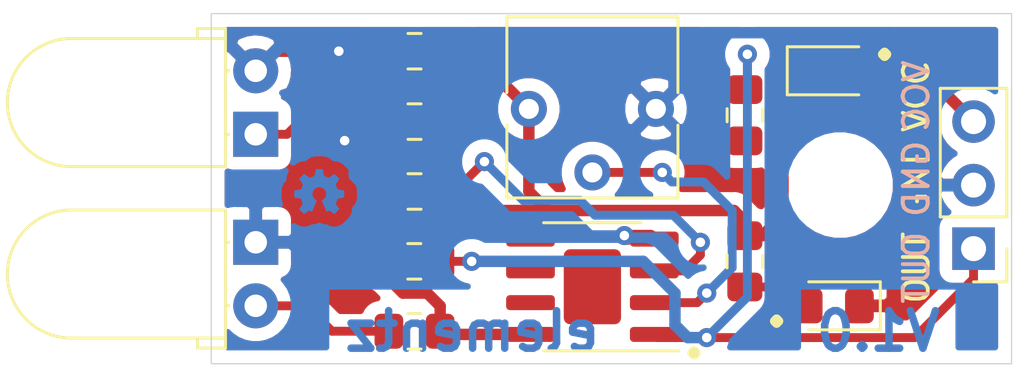
<source format=kicad_pcb>
(kicad_pcb (version 20171130) (host pcbnew 5.1.5-52549c5~86~ubuntu16.04.1)

  (general
    (thickness 1.6)
    (drawings 15)
    (tracks 125)
    (zones 0)
    (modules 16)
    (nets 9)
  )

  (page A4)
  (title_block
    (title "IR Sensor Module ")
    (date 2020-07-27)
    (rev V1.0)
    (company "Elementz Engineers Guild Pvt Ltd")
    (comment 1 "Drawn by : Jerryl")
  )

  (layers
    (0 F.Cu signal)
    (31 B.Cu signal)
    (32 B.Adhes user)
    (33 F.Adhes user)
    (34 B.Paste user)
    (35 F.Paste user)
    (36 B.SilkS user)
    (37 F.SilkS user)
    (38 B.Mask user)
    (39 F.Mask user)
    (40 Dwgs.User user)
    (41 Cmts.User user)
    (42 Eco1.User user)
    (43 Eco2.User user)
    (44 Edge.Cuts user)
    (45 Margin user)
    (46 B.CrtYd user)
    (47 F.CrtYd user)
    (48 B.Fab user)
    (49 F.Fab user hide)
  )

  (setup
    (last_trace_width 0.4572)
    (user_trace_width 0.4572)
    (trace_clearance 0.254)
    (zone_clearance 0.508)
    (zone_45_only no)
    (trace_min 0.254)
    (via_size 0.762)
    (via_drill 0.381)
    (via_min_size 0.6858)
    (via_min_drill 0.3302)
    (uvia_size 0.762)
    (uvia_drill 0.381)
    (uvias_allowed no)
    (uvia_min_size 0.6858)
    (uvia_min_drill 0.3302)
    (edge_width 0.05)
    (segment_width 0.2)
    (pcb_text_width 0.3)
    (pcb_text_size 1.5 1.5)
    (mod_edge_width 0.12)
    (mod_text_size 1 1)
    (mod_text_width 0.15)
    (pad_size 2.29 2.999999)
    (pad_drill 0)
    (pad_to_mask_clearance 0.051)
    (solder_mask_min_width 0.25)
    (aux_axis_origin 0 0)
    (visible_elements FFFFFF7F)
    (pcbplotparams
      (layerselection 0x010fc_ffffffff)
      (usegerberextensions false)
      (usegerberattributes false)
      (usegerberadvancedattributes false)
      (creategerberjobfile false)
      (excludeedgelayer true)
      (linewidth 0.100000)
      (plotframeref false)
      (viasonmask false)
      (mode 1)
      (useauxorigin false)
      (hpglpennumber 1)
      (hpglpenspeed 20)
      (hpglpendiameter 15.000000)
      (psnegative false)
      (psa4output false)
      (plotreference true)
      (plotvalue false)
      (plotinvisibletext false)
      (padsonsilk false)
      (subtractmaskfromsilk false)
      (outputformat 1)
      (mirror false)
      (drillshape 0)
      (scaleselection 1)
      (outputdirectory "Gerber"))
  )

  (net 0 "")
  (net 1 GND)
  (net 2 VCC)
  (net 3 "Net-(C2-Pad1)")
  (net 4 "Net-(D1-Pad2)")
  (net 5 "Net-(D2-Pad2)")
  (net 6 "Net-(D3-Pad1)")
  (net 7 OUT)
  (net 8 "Net-(RV1-Pad2)")

  (net_class Default "This is the default net class."
    (clearance 0.254)
    (trace_width 0.3556)
    (via_dia 0.762)
    (via_drill 0.381)
    (uvia_dia 0.762)
    (uvia_drill 0.381)
    (diff_pair_width 0.254)
    (diff_pair_gap 0.254)
    (add_net GND)
    (add_net "Net-(C2-Pad1)")
    (add_net "Net-(D1-Pad2)")
    (add_net "Net-(D2-Pad2)")
    (add_net "Net-(D3-Pad1)")
    (add_net "Net-(RV1-Pad2)")
    (add_net OUT)
    (add_net VCC)
  )

  (net_class VCC ""
    (clearance 0.254)
    (trace_width 0.4572)
    (via_dia 0.762)
    (via_drill 0.381)
    (uvia_dia 0.762)
    (uvia_drill 0.381)
    (diff_pair_width 0.254)
    (diff_pair_gap 0.254)
  )

  (module OSHW-logo:OSHW-logo_copper-back_2mm (layer B.Cu) (tedit 0) (tstamp 5F1EFB29)
    (at 132.842 94.996 180)
    (fp_text reference G*** (at 0 -1.05918) (layer B.SilkS) hide
      (effects (font (size 0.0889 0.0889) (thickness 0.01778)) (justify mirror))
    )
    (fp_text value OSHW-logo_copper-back_2mm (at 0 1.05918) (layer B.SilkS) hide
      (effects (font (size 0.0889 0.0889) (thickness 0.01778)) (justify mirror))
    )
    (fp_poly (pts (xy 0.60452 -0.89662) (xy 0.59436 -0.89154) (xy 0.5715 -0.8763) (xy 0.53848 -0.85598)
      (xy 0.49784 -0.82804) (xy 0.45974 -0.80264) (xy 0.42672 -0.77978) (xy 0.40386 -0.76454)
      (xy 0.3937 -0.75946) (xy 0.38862 -0.762) (xy 0.37084 -0.77216) (xy 0.3429 -0.78486)
      (xy 0.32766 -0.79248) (xy 0.30226 -0.80518) (xy 0.28956 -0.80772) (xy 0.28702 -0.80264)
      (xy 0.27686 -0.78486) (xy 0.26416 -0.75184) (xy 0.24384 -0.70866) (xy 0.22352 -0.65786)
      (xy 0.20066 -0.60198) (xy 0.1778 -0.5461) (xy 0.15494 -0.49276) (xy 0.13462 -0.4445)
      (xy 0.11938 -0.4064) (xy 0.10922 -0.37846) (xy 0.10414 -0.3683) (xy 0.10668 -0.36576)
      (xy 0.11938 -0.35306) (xy 0.1397 -0.33782) (xy 0.18796 -0.29718) (xy 0.23368 -0.23876)
      (xy 0.26416 -0.17272) (xy 0.27178 -0.09906) (xy 0.26416 -0.03302) (xy 0.23876 0.03048)
      (xy 0.19304 0.09144) (xy 0.13716 0.13462) (xy 0.07112 0.16256) (xy 0 0.17018)
      (xy -0.06858 0.16256) (xy -0.13462 0.13716) (xy -0.19558 0.09144) (xy -0.21844 0.0635)
      (xy -0.254 0.00254) (xy -0.27432 -0.05842) (xy -0.27432 -0.07366) (xy -0.27178 -0.14478)
      (xy -0.25146 -0.21336) (xy -0.2159 -0.27178) (xy -0.16256 -0.32258) (xy -0.15748 -0.32766)
      (xy -0.13208 -0.34544) (xy -0.11684 -0.3556) (xy -0.10414 -0.36576) (xy -0.19304 -0.58166)
      (xy -0.20828 -0.61722) (xy -0.23368 -0.67564) (xy -0.254 -0.72644) (xy -0.27178 -0.76708)
      (xy -0.28448 -0.79248) (xy -0.28956 -0.80518) (xy -0.29718 -0.80518) (xy -0.31242 -0.8001)
      (xy -0.3429 -0.78486) (xy -0.36322 -0.7747) (xy -0.38608 -0.76454) (xy -0.39624 -0.75946)
      (xy -0.4064 -0.76454) (xy -0.42672 -0.77978) (xy -0.45974 -0.8001) (xy -0.49784 -0.8255)
      (xy -0.5334 -0.8509) (xy -0.56896 -0.87376) (xy -0.59182 -0.889) (xy -0.60452 -0.89662)
      (xy -0.60706 -0.89662) (xy -0.61722 -0.889) (xy -0.63754 -0.87376) (xy -0.66548 -0.84582)
      (xy -0.70612 -0.80518) (xy -0.71374 -0.8001) (xy -0.74676 -0.76454) (xy -0.7747 -0.73406)
      (xy -0.79502 -0.71374) (xy -0.8001 -0.70612) (xy -0.79502 -0.69342) (xy -0.77978 -0.66802)
      (xy -0.75692 -0.635) (xy -0.72898 -0.59436) (xy -0.65786 -0.49022) (xy -0.6985 -0.3937)
      (xy -0.70866 -0.36322) (xy -0.7239 -0.32766) (xy -0.7366 -0.30226) (xy -0.74168 -0.28956)
      (xy -0.75184 -0.28702) (xy -0.77978 -0.2794) (xy -0.81788 -0.27178) (xy -0.8636 -0.26416)
      (xy -0.90932 -0.254) (xy -0.94742 -0.24638) (xy -0.9779 -0.2413) (xy -0.9906 -0.23876)
      (xy -0.99314 -0.23622) (xy -0.99568 -0.23114) (xy -0.99822 -0.21844) (xy -0.99822 -0.19304)
      (xy -0.99822 -0.15494) (xy -0.99822 -0.09906) (xy -0.99822 -0.09398) (xy -0.99822 -0.04064)
      (xy -0.99822 0) (xy -0.99568 0.0254) (xy -0.99314 0.03556) (xy -0.98044 0.04064)
      (xy -0.9525 0.04572) (xy -0.9144 0.05334) (xy -0.86614 0.0635) (xy -0.8636 0.0635)
      (xy -0.81534 0.07112) (xy -0.77724 0.08128) (xy -0.7493 0.08636) (xy -0.7366 0.09144)
      (xy -0.73406 0.09398) (xy -0.7239 0.11176) (xy -0.7112 0.14224) (xy -0.69596 0.1778)
      (xy -0.68072 0.21336) (xy -0.66548 0.24892) (xy -0.65786 0.27178) (xy -0.65532 0.28448)
      (xy -0.66294 0.29464) (xy -0.67818 0.32004) (xy -0.70104 0.35306) (xy -0.72898 0.3937)
      (xy -0.73152 0.39878) (xy -0.75946 0.43688) (xy -0.77978 0.47244) (xy -0.79502 0.4953)
      (xy -0.8001 0.50546) (xy -0.8001 0.508) (xy -0.79248 0.51816) (xy -0.77216 0.54102)
      (xy -0.74168 0.5715) (xy -0.70612 0.60706) (xy -0.69596 0.61722) (xy -0.65786 0.65532)
      (xy -0.62992 0.68072) (xy -0.61214 0.69342) (xy -0.60452 0.6985) (xy -0.60452 0.69596)
      (xy -0.59182 0.69088) (xy -0.56642 0.6731) (xy -0.5334 0.65024) (xy -0.49276 0.6223)
      (xy -0.49022 0.61976) (xy -0.44958 0.59436) (xy -0.41656 0.5715) (xy -0.3937 0.55626)
      (xy -0.38354 0.54864) (xy -0.381 0.54864) (xy -0.36576 0.55372) (xy -0.33528 0.56388)
      (xy -0.30226 0.57658) (xy -0.26416 0.59182) (xy -0.23114 0.60706) (xy -0.20574 0.61722)
      (xy -0.19304 0.62484) (xy -0.18796 0.64008) (xy -0.18288 0.67056) (xy -0.17272 0.7112)
      (xy -0.1651 0.75946) (xy -0.16256 0.76708) (xy -0.15494 0.81534) (xy -0.14732 0.85344)
      (xy -0.1397 0.88138) (xy -0.13716 0.89408) (xy -0.13208 0.89408) (xy -0.10668 0.89662)
      (xy -0.07112 0.89662) (xy -0.02794 0.89662) (xy 0.01524 0.89662) (xy 0.05842 0.89662)
      (xy 0.09652 0.89408) (xy 0.12192 0.89408) (xy 0.13462 0.89154) (xy 0.13462 0.889)
      (xy 0.1397 0.8763) (xy 0.14478 0.84582) (xy 0.15494 0.80518) (xy 0.16256 0.75438)
      (xy 0.1651 0.74676) (xy 0.17272 0.6985) (xy 0.18288 0.6604) (xy 0.18796 0.63246)
      (xy 0.1905 0.6223) (xy 0.19558 0.61976) (xy 0.21336 0.61214) (xy 0.24638 0.59944)
      (xy 0.28702 0.58166) (xy 0.37846 0.5461) (xy 0.49022 0.6223) (xy 0.50038 0.62992)
      (xy 0.54102 0.65786) (xy 0.57404 0.67818) (xy 0.5969 0.69342) (xy 0.60706 0.6985)
      (xy 0.61722 0.68834) (xy 0.64008 0.66802) (xy 0.67056 0.63754) (xy 0.70612 0.60452)
      (xy 0.73152 0.57658) (xy 0.762 0.5461) (xy 0.78232 0.52578) (xy 0.79248 0.51054)
      (xy 0.79756 0.50292) (xy 0.79502 0.49784) (xy 0.78994 0.48514) (xy 0.77216 0.46228)
      (xy 0.7493 0.42672) (xy 0.72136 0.38862) (xy 0.6985 0.35306) (xy 0.67564 0.3175)
      (xy 0.6604 0.28956) (xy 0.65278 0.27686) (xy 0.65532 0.27178) (xy 0.66294 0.24892)
      (xy 0.67564 0.2159) (xy 0.69342 0.17526) (xy 0.73152 0.08636) (xy 0.78994 0.0762)
      (xy 0.8255 0.06858) (xy 0.8763 0.06096) (xy 0.92202 0.0508) (xy 0.99568 0.03556)
      (xy 0.99822 -0.23114) (xy 0.98806 -0.23622) (xy 0.97536 -0.2413) (xy 0.94996 -0.24638)
      (xy 0.90932 -0.254) (xy 0.8636 -0.26162) (xy 0.8255 -0.26924) (xy 0.78486 -0.27686)
      (xy 0.75692 -0.28194) (xy 0.74422 -0.28448) (xy 0.74168 -0.28956) (xy 0.73152 -0.30988)
      (xy 0.71628 -0.34036) (xy 0.70104 -0.37592) (xy 0.6858 -0.41402) (xy 0.6731 -0.44958)
      (xy 0.66294 -0.47498) (xy 0.65786 -0.49022) (xy 0.66294 -0.50038) (xy 0.67818 -0.52324)
      (xy 0.70104 -0.55626) (xy 0.72644 -0.59436) (xy 0.75438 -0.635) (xy 0.77724 -0.66802)
      (xy 0.79248 -0.69342) (xy 0.8001 -0.70358) (xy 0.79502 -0.7112) (xy 0.77978 -0.72898)
      (xy 0.75184 -0.75946) (xy 0.70612 -0.80518) (xy 0.6985 -0.81026) (xy 0.66548 -0.84582)
      (xy 0.635 -0.87122) (xy 0.61468 -0.89154) (xy 0.60452 -0.89662)) (layer B.Cu) (width 0.00254))
  )

  (module MountingHole:MountingHole_3.2mm_M3 (layer F.Cu) (tedit 56D1B4CB) (tstamp 5F1E9E5E)
    (at 153.67 94.742)
    (descr "Mounting Hole 3.2mm, no annular, M3")
    (tags "mounting hole 3.2mm no annular m3")
    (attr virtual)
    (fp_text reference REF** (at 0.508 2.54) (layer F.Fab)
      (effects (font (size 1 1) (thickness 0.15)))
    )
    (fp_text value MountingHole_3.2mm_M3 (at 0 4.2) (layer F.Fab)
      (effects (font (size 1 1) (thickness 0.15)))
    )
    (fp_circle (center 0 0) (end 3.45 0) (layer F.CrtYd) (width 0.05))
    (fp_circle (center 0 0) (end 3.2 0) (layer Cmts.User) (width 0.15))
    (fp_text user %R (at 0.3 0) (layer F.Fab)
      (effects (font (size 1 1) (thickness 0.15)))
    )
    (pad 1 np_thru_hole circle (at 0 0) (size 3.2 3.2) (drill 3.2) (layers *.Cu *.Mask))
  )

  (module LED_THT:LED_D5.0mm_Horizontal_O1.27mm_Z3.0mm (layer F.Cu) (tedit 5F1E77EA) (tstamp 5F1E85AB)
    (at 130.302 90.17 270)
    (descr "LED, diameter 5.0mm z-position of LED center 3.0mm, 2 pins")
    (tags "LED diameter 5.0mm z-position of LED center 3.0mm 2 pins")
    (path /5F1DBBB6)
    (fp_text reference Q1 (at 0.254 -2.032) (layer F.Fab)
      (effects (font (size 1 1) (thickness 0.15)))
    )
    (fp_text value Q_Photo_NPN (at -2.794 7.366) (layer F.Fab)
      (effects (font (size 1 1) (thickness 0.15)))
    )
    (fp_line (start -1.96 -1.25) (end 4.49 -1.25) (layer F.CrtYd) (width 0.05))
    (fp_line (start -1.96 10.2) (end -1.96 -1.25) (layer F.CrtYd) (width 0.05))
    (fp_line (start 4.49 10.2) (end -1.96 10.2) (layer F.CrtYd) (width 0.05))
    (fp_line (start 4.49 -1.25) (end 4.49 10.2) (layer F.CrtYd) (width 0.05))
    (fp_line (start 0 1.08) (end 0 1.08) (layer F.SilkS) (width 0.12))
    (fp_line (start 0 1.21) (end 0 1.08) (layer F.SilkS) (width 0.12))
    (fp_line (start 0 1.21) (end 0 1.21) (layer F.SilkS) (width 0.12))
    (fp_line (start 0 1.08) (end 0 1.21) (layer F.SilkS) (width 0.12))
    (fp_line (start 2.54 1.08) (end 2.54 1.08) (layer F.SilkS) (width 0.12))
    (fp_line (start 2.54 1.21) (end 2.54 1.08) (layer F.SilkS) (width 0.12))
    (fp_line (start 2.54 1.21) (end 2.54 1.21) (layer F.SilkS) (width 0.12))
    (fp_line (start 2.54 1.08) (end 2.54 1.21) (layer F.SilkS) (width 0.12))
    (fp_line (start -1.29 1.21) (end -1.69 1.21) (layer F.SilkS) (width 0.12))
    (fp_line (start -1.29 2.33) (end -1.29 1.21) (layer F.SilkS) (width 0.12))
    (fp_line (start -1.69 2.33) (end -1.29 2.33) (layer F.SilkS) (width 0.12))
    (fp_line (start -1.69 1.21) (end -1.69 2.33) (layer F.SilkS) (width 0.12))
    (fp_line (start 3.83 1.21) (end -1.29 1.21) (layer F.SilkS) (width 0.12))
    (fp_line (start -1.29 1.21) (end -1.29 7.37) (layer F.SilkS) (width 0.12))
    (fp_line (start 3.83 1.21) (end 3.83 7.37) (layer F.SilkS) (width 0.12))
    (fp_line (start 0 0) (end 0 0) (layer F.Fab) (width 0.1))
    (fp_line (start 0 1.27) (end 0 0) (layer F.Fab) (width 0.1))
    (fp_line (start 0 1.27) (end 0 1.27) (layer F.Fab) (width 0.1))
    (fp_line (start 0 0) (end 0 1.27) (layer F.Fab) (width 0.1))
    (fp_line (start 2.54 0) (end 2.54 0) (layer F.Fab) (width 0.1))
    (fp_line (start 2.54 1.27) (end 2.54 0) (layer F.Fab) (width 0.1))
    (fp_line (start 2.54 1.27) (end 2.54 1.27) (layer F.Fab) (width 0.1))
    (fp_line (start 2.54 0) (end 2.54 1.27) (layer F.Fab) (width 0.1))
    (fp_line (start -1.23 1.27) (end -1.63 1.27) (layer F.Fab) (width 0.1))
    (fp_line (start -1.23 2.27) (end -1.23 1.27) (layer F.Fab) (width 0.1))
    (fp_line (start -1.63 2.27) (end -1.23 2.27) (layer F.Fab) (width 0.1))
    (fp_line (start -1.63 1.27) (end -1.63 2.27) (layer F.Fab) (width 0.1))
    (fp_line (start 3.77 1.27) (end -1.23 1.27) (layer F.Fab) (width 0.1))
    (fp_line (start -1.23 1.27) (end -1.23 7.37) (layer F.Fab) (width 0.1))
    (fp_line (start 3.77 1.27) (end 3.77 7.37) (layer F.Fab) (width 0.1))
    (fp_arc (start 1.27 7.37) (end 3.83 7.37) (angle 180) (layer F.SilkS) (width 0.12))
    (fp_arc (start 1.27 7.37) (end 3.77 7.37) (angle 180) (layer F.Fab) (width 0.1))
    (pad 2 thru_hole circle (at 0 0 270) (size 1.8 1.8) (drill 0.9) (layers *.Cu *.Mask)
      (net 1 GND))
    (pad 1 thru_hole rect (at 2.54 0 270) (size 1.8 1.8) (drill 0.9) (layers *.Cu *.Mask)
      (net 3 "Net-(C2-Pad1)"))
    (model ${KISYS3DMOD}/LED_THT.3dshapes/LED_D5.0mm_Horizontal_O1.27mm_Z3.0mm.wrl
      (at (xyz 0 0 0))
      (scale (xyz 1 1 1))
      (rotate (xyz 0 0 0))
    )
  )

  (module Capacitor_SMD:C_0805_2012Metric_Pad1.15x1.40mm_HandSolder (layer F.Cu) (tedit 5B36C52B) (tstamp 5F1E8509)
    (at 136.652 89.387601 180)
    (descr "Capacitor SMD 0805 (2012 Metric), square (rectangular) end terminal, IPC_7351 nominal with elongated pad for handsoldering. (Body size source: https://docs.google.com/spreadsheets/d/1BsfQQcO9C6DZCsRaXUlFlo91Tg2WpOkGARC1WS5S8t0/edit?usp=sharing), generated with kicad-footprint-generator")
    (tags "capacitor handsolder")
    (path /5F1C54D4)
    (attr smd)
    (fp_text reference C1 (at 2.54 0.741601) (layer F.Fab)
      (effects (font (size 1 1) (thickness 0.15)))
    )
    (fp_text value 0.1uF (at 0 1.65) (layer F.Fab)
      (effects (font (size 1 1) (thickness 0.15)))
    )
    (fp_text user %R (at 0 0) (layer F.Fab)
      (effects (font (size 0.5 0.5) (thickness 0.08)))
    )
    (fp_line (start 1.85 0.95) (end -1.85 0.95) (layer F.CrtYd) (width 0.05))
    (fp_line (start 1.85 -0.95) (end 1.85 0.95) (layer F.CrtYd) (width 0.05))
    (fp_line (start -1.85 -0.95) (end 1.85 -0.95) (layer F.CrtYd) (width 0.05))
    (fp_line (start -1.85 0.95) (end -1.85 -0.95) (layer F.CrtYd) (width 0.05))
    (fp_line (start -0.261252 0.71) (end 0.261252 0.71) (layer F.SilkS) (width 0.12))
    (fp_line (start -0.261252 -0.71) (end 0.261252 -0.71) (layer F.SilkS) (width 0.12))
    (fp_line (start 1 0.6) (end -1 0.6) (layer F.Fab) (width 0.1))
    (fp_line (start 1 -0.6) (end 1 0.6) (layer F.Fab) (width 0.1))
    (fp_line (start -1 -0.6) (end 1 -0.6) (layer F.Fab) (width 0.1))
    (fp_line (start -1 0.6) (end -1 -0.6) (layer F.Fab) (width 0.1))
    (pad 2 smd roundrect (at 1.025 0 180) (size 1.15 1.4) (layers F.Cu F.Paste F.Mask) (roundrect_rratio 0.217391)
      (net 1 GND))
    (pad 1 smd roundrect (at -1.025 0 180) (size 1.15 1.4) (layers F.Cu F.Paste F.Mask) (roundrect_rratio 0.217391)
      (net 2 VCC))
    (model ${KISYS3DMOD}/Capacitor_SMD.3dshapes/C_0805_2012Metric.wrl
      (at (xyz 0 0 0))
      (scale (xyz 1 1 1))
      (rotate (xyz 0 0 0))
    )
  )

  (module Capacitor_SMD:C_0805_2012Metric_Pad1.15x1.40mm_HandSolder (layer F.Cu) (tedit 5B36C52B) (tstamp 5F1E9EF8)
    (at 136.652 92.202 180)
    (descr "Capacitor SMD 0805 (2012 Metric), square (rectangular) end terminal, IPC_7351 nominal with elongated pad for handsoldering. (Body size source: https://docs.google.com/spreadsheets/d/1BsfQQcO9C6DZCsRaXUlFlo91Tg2WpOkGARC1WS5S8t0/edit?usp=sharing), generated with kicad-footprint-generator")
    (tags "capacitor handsolder")
    (path /5F1C4EF1)
    (attr smd)
    (fp_text reference C2 (at 2.794 0) (layer F.Fab)
      (effects (font (size 1 1) (thickness 0.15)))
    )
    (fp_text value 0.1uF (at 0 1.65) (layer F.Fab)
      (effects (font (size 1 1) (thickness 0.15)))
    )
    (fp_line (start -1 0.6) (end -1 -0.6) (layer F.Fab) (width 0.1))
    (fp_line (start -1 -0.6) (end 1 -0.6) (layer F.Fab) (width 0.1))
    (fp_line (start 1 -0.6) (end 1 0.6) (layer F.Fab) (width 0.1))
    (fp_line (start 1 0.6) (end -1 0.6) (layer F.Fab) (width 0.1))
    (fp_line (start -0.261252 -0.71) (end 0.261252 -0.71) (layer F.SilkS) (width 0.12))
    (fp_line (start -0.261252 0.71) (end 0.261252 0.71) (layer F.SilkS) (width 0.12))
    (fp_line (start -1.85 0.95) (end -1.85 -0.95) (layer F.CrtYd) (width 0.05))
    (fp_line (start -1.85 -0.95) (end 1.85 -0.95) (layer F.CrtYd) (width 0.05))
    (fp_line (start 1.85 -0.95) (end 1.85 0.95) (layer F.CrtYd) (width 0.05))
    (fp_line (start 1.85 0.95) (end -1.85 0.95) (layer F.CrtYd) (width 0.05))
    (fp_text user %R (at 0 0) (layer F.Fab)
      (effects (font (size 0.5 0.5) (thickness 0.08)))
    )
    (pad 1 smd roundrect (at -1.025 0 180) (size 1.15 1.4) (layers F.Cu F.Paste F.Mask) (roundrect_rratio 0.217391)
      (net 3 "Net-(C2-Pad1)"))
    (pad 2 smd roundrect (at 1.025 0 180) (size 1.15 1.4) (layers F.Cu F.Paste F.Mask) (roundrect_rratio 0.217391)
      (net 1 GND))
    (model ${KISYS3DMOD}/Capacitor_SMD.3dshapes/C_0805_2012Metric.wrl
      (at (xyz 0 0 0))
      (scale (xyz 1 1 1))
      (rotate (xyz 0 0 0))
    )
  )

  (module LED_SMD:LED_0805_2012Metric_Pad1.15x1.40mm_HandSolder (layer F.Cu) (tedit 5B4B45C9) (tstamp 5F1E852D)
    (at 153.416 99.568 180)
    (descr "LED SMD 0805 (2012 Metric), square (rectangular) end terminal, IPC_7351 nominal, (Body size source: https://docs.google.com/spreadsheets/d/1BsfQQcO9C6DZCsRaXUlFlo91Tg2WpOkGARC1WS5S8t0/edit?usp=sharing), generated with kicad-footprint-generator")
    (tags "LED handsolder")
    (path /5F1C38BA)
    (attr smd)
    (fp_text reference D1 (at 0 -1.65) (layer F.Fab)
      (effects (font (size 1 1) (thickness 0.15)))
    )
    (fp_text value RED (at 0 1.65) (layer F.Fab)
      (effects (font (size 1 1) (thickness 0.15)))
    )
    (fp_line (start 1 -0.6) (end -0.7 -0.6) (layer F.Fab) (width 0.1))
    (fp_line (start -0.7 -0.6) (end -1 -0.3) (layer F.Fab) (width 0.1))
    (fp_line (start -1 -0.3) (end -1 0.6) (layer F.Fab) (width 0.1))
    (fp_line (start -1 0.6) (end 1 0.6) (layer F.Fab) (width 0.1))
    (fp_line (start 1 0.6) (end 1 -0.6) (layer F.Fab) (width 0.1))
    (fp_line (start 1 -0.96) (end -1.86 -0.96) (layer F.SilkS) (width 0.12))
    (fp_line (start -1.86 -0.96) (end -1.86 0.96) (layer F.SilkS) (width 0.12))
    (fp_line (start -1.86 0.96) (end 1 0.96) (layer F.SilkS) (width 0.12))
    (fp_line (start -1.85 0.95) (end -1.85 -0.95) (layer F.CrtYd) (width 0.05))
    (fp_line (start -1.85 -0.95) (end 1.85 -0.95) (layer F.CrtYd) (width 0.05))
    (fp_line (start 1.85 -0.95) (end 1.85 0.95) (layer F.CrtYd) (width 0.05))
    (fp_line (start 1.85 0.95) (end -1.85 0.95) (layer F.CrtYd) (width 0.05))
    (fp_text user %R (at 0 0) (layer F.Fab)
      (effects (font (size 0.5 0.5) (thickness 0.08)))
    )
    (pad 1 smd roundrect (at -1.025 0 180) (size 1.15 1.4) (layers F.Cu F.Paste F.Mask) (roundrect_rratio 0.217391)
      (net 1 GND))
    (pad 2 smd roundrect (at 1.025 0 180) (size 1.15 1.4) (layers F.Cu F.Paste F.Mask) (roundrect_rratio 0.217391)
      (net 4 "Net-(D1-Pad2)"))
    (model ${KISYS3DMOD}/LED_SMD.3dshapes/LED_0805_2012Metric.wrl
      (at (xyz 0 0 0))
      (scale (xyz 1 1 1))
      (rotate (xyz 0 0 0))
    )
  )

  (module LED_THT:LED_D5.0mm_Horizontal_O1.27mm_Z3.0mm (layer F.Cu) (tedit 5880A862) (tstamp 5F1E8557)
    (at 130.302 97.028 270)
    (descr "LED, diameter 5.0mm z-position of LED center 3.0mm, 2 pins")
    (tags "LED diameter 5.0mm z-position of LED center 3.0mm 2 pins")
    (path /5F1D7259)
    (fp_text reference D2 (at 2.286 -2.032 180) (layer F.Fab)
      (effects (font (size 1 1) (thickness 0.15)))
    )
    (fp_text value "IR LED" (at 5.588 5.08 180) (layer F.Fab)
      (effects (font (size 1 1) (thickness 0.15)))
    )
    (fp_arc (start 1.27 7.37) (end -1.23 7.37) (angle -180) (layer F.Fab) (width 0.1))
    (fp_arc (start 1.27 7.37) (end -1.29 7.37) (angle -180) (layer F.SilkS) (width 0.12))
    (fp_line (start -1.23 1.27) (end -1.23 7.37) (layer F.Fab) (width 0.1))
    (fp_line (start 3.77 1.27) (end 3.77 7.37) (layer F.Fab) (width 0.1))
    (fp_line (start -1.23 1.27) (end 3.77 1.27) (layer F.Fab) (width 0.1))
    (fp_line (start 4.17 1.27) (end 4.17 2.27) (layer F.Fab) (width 0.1))
    (fp_line (start 4.17 2.27) (end 3.77 2.27) (layer F.Fab) (width 0.1))
    (fp_line (start 3.77 2.27) (end 3.77 1.27) (layer F.Fab) (width 0.1))
    (fp_line (start 3.77 1.27) (end 4.17 1.27) (layer F.Fab) (width 0.1))
    (fp_line (start 0 0) (end 0 1.27) (layer F.Fab) (width 0.1))
    (fp_line (start 0 1.27) (end 0 1.27) (layer F.Fab) (width 0.1))
    (fp_line (start 0 1.27) (end 0 0) (layer F.Fab) (width 0.1))
    (fp_line (start 0 0) (end 0 0) (layer F.Fab) (width 0.1))
    (fp_line (start 2.54 0) (end 2.54 1.27) (layer F.Fab) (width 0.1))
    (fp_line (start 2.54 1.27) (end 2.54 1.27) (layer F.Fab) (width 0.1))
    (fp_line (start 2.54 1.27) (end 2.54 0) (layer F.Fab) (width 0.1))
    (fp_line (start 2.54 0) (end 2.54 0) (layer F.Fab) (width 0.1))
    (fp_line (start -1.29 1.21) (end -1.29 7.37) (layer F.SilkS) (width 0.12))
    (fp_line (start 3.83 1.21) (end 3.83 7.37) (layer F.SilkS) (width 0.12))
    (fp_line (start -1.29 1.21) (end 3.83 1.21) (layer F.SilkS) (width 0.12))
    (fp_line (start 4.23 1.21) (end 4.23 2.33) (layer F.SilkS) (width 0.12))
    (fp_line (start 4.23 2.33) (end 3.83 2.33) (layer F.SilkS) (width 0.12))
    (fp_line (start 3.83 2.33) (end 3.83 1.21) (layer F.SilkS) (width 0.12))
    (fp_line (start 3.83 1.21) (end 4.23 1.21) (layer F.SilkS) (width 0.12))
    (fp_line (start 0 1.08) (end 0 1.21) (layer F.SilkS) (width 0.12))
    (fp_line (start 0 1.21) (end 0 1.21) (layer F.SilkS) (width 0.12))
    (fp_line (start 0 1.21) (end 0 1.08) (layer F.SilkS) (width 0.12))
    (fp_line (start 0 1.08) (end 0 1.08) (layer F.SilkS) (width 0.12))
    (fp_line (start 2.54 1.08) (end 2.54 1.21) (layer F.SilkS) (width 0.12))
    (fp_line (start 2.54 1.21) (end 2.54 1.21) (layer F.SilkS) (width 0.12))
    (fp_line (start 2.54 1.21) (end 2.54 1.08) (layer F.SilkS) (width 0.12))
    (fp_line (start 2.54 1.08) (end 2.54 1.08) (layer F.SilkS) (width 0.12))
    (fp_line (start -1.95 -1.25) (end -1.95 10.2) (layer F.CrtYd) (width 0.05))
    (fp_line (start -1.95 10.2) (end 4.5 10.2) (layer F.CrtYd) (width 0.05))
    (fp_line (start 4.5 10.2) (end 4.5 -1.25) (layer F.CrtYd) (width 0.05))
    (fp_line (start 4.5 -1.25) (end -1.95 -1.25) (layer F.CrtYd) (width 0.05))
    (pad 1 thru_hole rect (at 0 0 270) (size 1.8 1.8) (drill 0.9) (layers *.Cu *.Mask)
      (net 1 GND))
    (pad 2 thru_hole circle (at 2.54 0 270) (size 1.8 1.8) (drill 0.9) (layers *.Cu *.Mask)
      (net 5 "Net-(D2-Pad2)"))
    (model ${KISYS3DMOD}/LED_THT.3dshapes/LED_D5.0mm_Horizontal_O1.27mm_Z3.0mm.wrl
      (at (xyz 0 0 0))
      (scale (xyz 1 1 1))
      (rotate (xyz 0 0 0))
    )
  )

  (module LED_SMD:LED_0805_2012Metric_Pad1.15x1.40mm_HandSolder (layer F.Cu) (tedit 5B4B45C9) (tstamp 5F1E856A)
    (at 153.416 90.17)
    (descr "LED SMD 0805 (2012 Metric), square (rectangular) end terminal, IPC_7351 nominal, (Body size source: https://docs.google.com/spreadsheets/d/1BsfQQcO9C6DZCsRaXUlFlo91Tg2WpOkGARC1WS5S8t0/edit?usp=sharing), generated with kicad-footprint-generator")
    (tags "LED handsolder")
    (path /5F1C4A16)
    (attr smd)
    (fp_text reference D3 (at 0 -1.65) (layer F.Fab)
      (effects (font (size 1 1) (thickness 0.15)))
    )
    (fp_text value GREEN (at 0 1.65) (layer F.Fab)
      (effects (font (size 1 1) (thickness 0.15)))
    )
    (fp_text user %R (at 0 0) (layer F.Fab)
      (effects (font (size 0.5 0.5) (thickness 0.08)))
    )
    (fp_line (start 1.85 0.95) (end -1.85 0.95) (layer F.CrtYd) (width 0.05))
    (fp_line (start 1.85 -0.95) (end 1.85 0.95) (layer F.CrtYd) (width 0.05))
    (fp_line (start -1.85 -0.95) (end 1.85 -0.95) (layer F.CrtYd) (width 0.05))
    (fp_line (start -1.85 0.95) (end -1.85 -0.95) (layer F.CrtYd) (width 0.05))
    (fp_line (start -1.86 0.96) (end 1 0.96) (layer F.SilkS) (width 0.12))
    (fp_line (start -1.86 -0.96) (end -1.86 0.96) (layer F.SilkS) (width 0.12))
    (fp_line (start 1 -0.96) (end -1.86 -0.96) (layer F.SilkS) (width 0.12))
    (fp_line (start 1 0.6) (end 1 -0.6) (layer F.Fab) (width 0.1))
    (fp_line (start -1 0.6) (end 1 0.6) (layer F.Fab) (width 0.1))
    (fp_line (start -1 -0.3) (end -1 0.6) (layer F.Fab) (width 0.1))
    (fp_line (start -0.7 -0.6) (end -1 -0.3) (layer F.Fab) (width 0.1))
    (fp_line (start 1 -0.6) (end -0.7 -0.6) (layer F.Fab) (width 0.1))
    (pad 2 smd roundrect (at 1.025 0) (size 1.15 1.4) (layers F.Cu F.Paste F.Mask) (roundrect_rratio 0.217391)
      (net 2 VCC))
    (pad 1 smd roundrect (at -1.025 0) (size 1.15 1.4) (layers F.Cu F.Paste F.Mask) (roundrect_rratio 0.217391)
      (net 6 "Net-(D3-Pad1)"))
    (model ${KISYS3DMOD}/LED_SMD.3dshapes/LED_0805_2012Metric.wrl
      (at (xyz 0 0 0))
      (scale (xyz 1 1 1))
      (rotate (xyz 0 0 0))
    )
  )

  (module Connector_PinHeader_2.54mm:PinHeader_1x03_P2.54mm_Vertical (layer F.Cu) (tedit 59FED5CC) (tstamp 5F1E8581)
    (at 159.004 97.282 180)
    (descr "Through hole straight pin header, 1x03, 2.54mm pitch, single row")
    (tags "Through hole pin header THT 1x03 2.54mm single row")
    (path /5F1C63CF)
    (fp_text reference J1 (at 0 -2.33) (layer F.Fab)
      (effects (font (size 1 1) (thickness 0.15)))
    )
    (fp_text value Conn_01x03_Male (at 0 7.41) (layer F.Fab)
      (effects (font (size 1 1) (thickness 0.15)))
    )
    (fp_line (start -0.635 -1.27) (end 1.27 -1.27) (layer F.Fab) (width 0.1))
    (fp_line (start 1.27 -1.27) (end 1.27 6.35) (layer F.Fab) (width 0.1))
    (fp_line (start 1.27 6.35) (end -1.27 6.35) (layer F.Fab) (width 0.1))
    (fp_line (start -1.27 6.35) (end -1.27 -0.635) (layer F.Fab) (width 0.1))
    (fp_line (start -1.27 -0.635) (end -0.635 -1.27) (layer F.Fab) (width 0.1))
    (fp_line (start -1.33 6.41) (end 1.33 6.41) (layer F.SilkS) (width 0.12))
    (fp_line (start -1.33 1.27) (end -1.33 6.41) (layer F.SilkS) (width 0.12))
    (fp_line (start 1.33 1.27) (end 1.33 6.41) (layer F.SilkS) (width 0.12))
    (fp_line (start -1.33 1.27) (end 1.33 1.27) (layer F.SilkS) (width 0.12))
    (fp_line (start -1.33 0) (end -1.33 -1.33) (layer F.SilkS) (width 0.12))
    (fp_line (start -1.33 -1.33) (end 0 -1.33) (layer F.SilkS) (width 0.12))
    (fp_line (start -1.8 -1.8) (end -1.8 6.85) (layer F.CrtYd) (width 0.05))
    (fp_line (start -1.8 6.85) (end 1.8 6.85) (layer F.CrtYd) (width 0.05))
    (fp_line (start 1.8 6.85) (end 1.8 -1.8) (layer F.CrtYd) (width 0.05))
    (fp_line (start 1.8 -1.8) (end -1.8 -1.8) (layer F.CrtYd) (width 0.05))
    (fp_text user %R (at 0 2.54 90) (layer F.Fab)
      (effects (font (size 1 1) (thickness 0.15)))
    )
    (pad 1 thru_hole rect (at 0 0 180) (size 1.7 1.7) (drill 1) (layers *.Cu *.Mask)
      (net 7 OUT))
    (pad 2 thru_hole oval (at 0 2.54 180) (size 1.7 1.7) (drill 1) (layers *.Cu *.Mask)
      (net 1 GND))
    (pad 3 thru_hole oval (at 0 5.08 180) (size 1.7 1.7) (drill 1) (layers *.Cu *.Mask)
      (net 2 VCC))
    (model ${KISYS3DMOD}/Connector_PinHeader_2.54mm.3dshapes/PinHeader_1x03_P2.54mm_Vertical.wrl
      (at (xyz 0 0 0))
      (scale (xyz 1 1 1))
      (rotate (xyz 0 0 0))
    )
  )

  (module Resistor_SMD:R_0805_2012Metric_Pad1.15x1.40mm_HandSolder (layer F.Cu) (tedit 5B36C52B) (tstamp 5F1E85BC)
    (at 149.86 97.79 270)
    (descr "Resistor SMD 0805 (2012 Metric), square (rectangular) end terminal, IPC_7351 nominal with elongated pad for handsoldering. (Body size source: https://docs.google.com/spreadsheets/d/1BsfQQcO9C6DZCsRaXUlFlo91Tg2WpOkGARC1WS5S8t0/edit?usp=sharing), generated with kicad-footprint-generator")
    (tags "resistor handsolder")
    (path /5F1C2365)
    (attr smd)
    (fp_text reference R1 (at -2.54 0 180) (layer F.Fab)
      (effects (font (size 1 1) (thickness 0.15)))
    )
    (fp_text value 1K (at 0 1.65 90) (layer F.Fab)
      (effects (font (size 1 1) (thickness 0.15)))
    )
    (fp_line (start -1 0.6) (end -1 -0.6) (layer F.Fab) (width 0.1))
    (fp_line (start -1 -0.6) (end 1 -0.6) (layer F.Fab) (width 0.1))
    (fp_line (start 1 -0.6) (end 1 0.6) (layer F.Fab) (width 0.1))
    (fp_line (start 1 0.6) (end -1 0.6) (layer F.Fab) (width 0.1))
    (fp_line (start -0.261252 -0.71) (end 0.261252 -0.71) (layer F.SilkS) (width 0.12))
    (fp_line (start -0.261252 0.71) (end 0.261252 0.71) (layer F.SilkS) (width 0.12))
    (fp_line (start -1.85 0.95) (end -1.85 -0.95) (layer F.CrtYd) (width 0.05))
    (fp_line (start -1.85 -0.95) (end 1.85 -0.95) (layer F.CrtYd) (width 0.05))
    (fp_line (start 1.85 -0.95) (end 1.85 0.95) (layer F.CrtYd) (width 0.05))
    (fp_line (start 1.85 0.95) (end -1.85 0.95) (layer F.CrtYd) (width 0.05))
    (fp_text user %R (at 0 0 90) (layer F.Fab)
      (effects (font (size 0.5 0.5) (thickness 0.08)))
    )
    (pad 1 smd roundrect (at -1.025 0 270) (size 1.15 1.4) (layers F.Cu F.Paste F.Mask) (roundrect_rratio 0.217391)
      (net 2 VCC))
    (pad 2 smd roundrect (at 1.025 0 270) (size 1.15 1.4) (layers F.Cu F.Paste F.Mask) (roundrect_rratio 0.217391)
      (net 4 "Net-(D1-Pad2)"))
    (model ${KISYS3DMOD}/Resistor_SMD.3dshapes/R_0805_2012Metric.wrl
      (at (xyz 0 0 0))
      (scale (xyz 1 1 1))
      (rotate (xyz 0 0 0))
    )
  )

  (module Resistor_SMD:R_0805_2012Metric_Pad1.15x1.40mm_HandSolder (layer F.Cu) (tedit 5B36C52B) (tstamp 5F1E85CD)
    (at 136.652 100.584 180)
    (descr "Resistor SMD 0805 (2012 Metric), square (rectangular) end terminal, IPC_7351 nominal with elongated pad for handsoldering. (Body size source: https://docs.google.com/spreadsheets/d/1BsfQQcO9C6DZCsRaXUlFlo91Tg2WpOkGARC1WS5S8t0/edit?usp=sharing), generated with kicad-footprint-generator")
    (tags "resistor handsolder")
    (path /5F1C3022)
    (attr smd)
    (fp_text reference R2 (at 2.794 -0.254) (layer F.Fab)
      (effects (font (size 1 1) (thickness 0.15)))
    )
    (fp_text value 100E (at 0 1.65) (layer F.Fab)
      (effects (font (size 1 1) (thickness 0.15)))
    )
    (fp_line (start -1 0.6) (end -1 -0.6) (layer F.Fab) (width 0.1))
    (fp_line (start -1 -0.6) (end 1 -0.6) (layer F.Fab) (width 0.1))
    (fp_line (start 1 -0.6) (end 1 0.6) (layer F.Fab) (width 0.1))
    (fp_line (start 1 0.6) (end -1 0.6) (layer F.Fab) (width 0.1))
    (fp_line (start -0.261252 -0.71) (end 0.261252 -0.71) (layer F.SilkS) (width 0.12))
    (fp_line (start -0.261252 0.71) (end 0.261252 0.71) (layer F.SilkS) (width 0.12))
    (fp_line (start -1.85 0.95) (end -1.85 -0.95) (layer F.CrtYd) (width 0.05))
    (fp_line (start -1.85 -0.95) (end 1.85 -0.95) (layer F.CrtYd) (width 0.05))
    (fp_line (start 1.85 -0.95) (end 1.85 0.95) (layer F.CrtYd) (width 0.05))
    (fp_line (start 1.85 0.95) (end -1.85 0.95) (layer F.CrtYd) (width 0.05))
    (fp_text user %R (at 0 0) (layer F.Fab)
      (effects (font (size 0.5 0.5) (thickness 0.08)))
    )
    (pad 1 smd roundrect (at -1.025 0 180) (size 1.15 1.4) (layers F.Cu F.Paste F.Mask) (roundrect_rratio 0.217391)
      (net 2 VCC))
    (pad 2 smd roundrect (at 1.025 0 180) (size 1.15 1.4) (layers F.Cu F.Paste F.Mask) (roundrect_rratio 0.217391)
      (net 5 "Net-(D2-Pad2)"))
    (model ${KISYS3DMOD}/Resistor_SMD.3dshapes/R_0805_2012Metric.wrl
      (at (xyz 0 0 0))
      (scale (xyz 1 1 1))
      (rotate (xyz 0 0 0))
    )
  )

  (module Resistor_SMD:R_0805_2012Metric_Pad1.15x1.40mm_HandSolder (layer F.Cu) (tedit 5B36C52B) (tstamp 5F1E85DE)
    (at 136.652 94.996)
    (descr "Resistor SMD 0805 (2012 Metric), square (rectangular) end terminal, IPC_7351 nominal with elongated pad for handsoldering. (Body size source: https://docs.google.com/spreadsheets/d/1BsfQQcO9C6DZCsRaXUlFlo91Tg2WpOkGARC1WS5S8t0/edit?usp=sharing), generated with kicad-footprint-generator")
    (tags "resistor handsolder")
    (path /5F1C34DB)
    (attr smd)
    (fp_text reference R3 (at -2.794 0) (layer F.Fab)
      (effects (font (size 1 1) (thickness 0.15)))
    )
    (fp_text value 10K (at 0 1.65) (layer F.Fab)
      (effects (font (size 1 1) (thickness 0.15)))
    )
    (fp_line (start -1 0.6) (end -1 -0.6) (layer F.Fab) (width 0.1))
    (fp_line (start -1 -0.6) (end 1 -0.6) (layer F.Fab) (width 0.1))
    (fp_line (start 1 -0.6) (end 1 0.6) (layer F.Fab) (width 0.1))
    (fp_line (start 1 0.6) (end -1 0.6) (layer F.Fab) (width 0.1))
    (fp_line (start -0.261252 -0.71) (end 0.261252 -0.71) (layer F.SilkS) (width 0.12))
    (fp_line (start -0.261252 0.71) (end 0.261252 0.71) (layer F.SilkS) (width 0.12))
    (fp_line (start -1.85 0.95) (end -1.85 -0.95) (layer F.CrtYd) (width 0.05))
    (fp_line (start -1.85 -0.95) (end 1.85 -0.95) (layer F.CrtYd) (width 0.05))
    (fp_line (start 1.85 -0.95) (end 1.85 0.95) (layer F.CrtYd) (width 0.05))
    (fp_line (start 1.85 0.95) (end -1.85 0.95) (layer F.CrtYd) (width 0.05))
    (fp_text user %R (at 0 0) (layer F.Fab)
      (effects (font (size 0.5 0.5) (thickness 0.08)))
    )
    (pad 1 smd roundrect (at -1.025 0) (size 1.15 1.4) (layers F.Cu F.Paste F.Mask) (roundrect_rratio 0.217391)
      (net 2 VCC))
    (pad 2 smd roundrect (at 1.025 0) (size 1.15 1.4) (layers F.Cu F.Paste F.Mask) (roundrect_rratio 0.217391)
      (net 3 "Net-(C2-Pad1)"))
    (model ${KISYS3DMOD}/Resistor_SMD.3dshapes/R_0805_2012Metric.wrl
      (at (xyz 0 0 0))
      (scale (xyz 1 1 1))
      (rotate (xyz 0 0 0))
    )
  )

  (module Resistor_SMD:R_0805_2012Metric_Pad1.15x1.40mm_HandSolder (layer F.Cu) (tedit 5B36C52B) (tstamp 5F1E85EF)
    (at 136.643 97.79)
    (descr "Resistor SMD 0805 (2012 Metric), square (rectangular) end terminal, IPC_7351 nominal with elongated pad for handsoldering. (Body size source: https://docs.google.com/spreadsheets/d/1BsfQQcO9C6DZCsRaXUlFlo91Tg2WpOkGARC1WS5S8t0/edit?usp=sharing), generated with kicad-footprint-generator")
    (tags "resistor handsolder")
    (path /5F1C2BF3)
    (attr smd)
    (fp_text reference R4 (at -2.785 0) (layer F.Fab)
      (effects (font (size 1 1) (thickness 0.15)))
    )
    (fp_text value 10K (at 0 1.65) (layer F.Fab)
      (effects (font (size 1 1) (thickness 0.15)))
    )
    (fp_text user %R (at 0 0) (layer F.Fab)
      (effects (font (size 0.5 0.5) (thickness 0.08)))
    )
    (fp_line (start 1.85 0.95) (end -1.85 0.95) (layer F.CrtYd) (width 0.05))
    (fp_line (start 1.85 -0.95) (end 1.85 0.95) (layer F.CrtYd) (width 0.05))
    (fp_line (start -1.85 -0.95) (end 1.85 -0.95) (layer F.CrtYd) (width 0.05))
    (fp_line (start -1.85 0.95) (end -1.85 -0.95) (layer F.CrtYd) (width 0.05))
    (fp_line (start -0.261252 0.71) (end 0.261252 0.71) (layer F.SilkS) (width 0.12))
    (fp_line (start -0.261252 -0.71) (end 0.261252 -0.71) (layer F.SilkS) (width 0.12))
    (fp_line (start 1 0.6) (end -1 0.6) (layer F.Fab) (width 0.1))
    (fp_line (start 1 -0.6) (end 1 0.6) (layer F.Fab) (width 0.1))
    (fp_line (start -1 -0.6) (end 1 -0.6) (layer F.Fab) (width 0.1))
    (fp_line (start -1 0.6) (end -1 -0.6) (layer F.Fab) (width 0.1))
    (pad 2 smd roundrect (at 1.025 0) (size 1.15 1.4) (layers F.Cu F.Paste F.Mask) (roundrect_rratio 0.217391)
      (net 7 OUT))
    (pad 1 smd roundrect (at -1.025 0) (size 1.15 1.4) (layers F.Cu F.Paste F.Mask) (roundrect_rratio 0.217391)
      (net 2 VCC))
    (model ${KISYS3DMOD}/Resistor_SMD.3dshapes/R_0805_2012Metric.wrl
      (at (xyz 0 0 0))
      (scale (xyz 1 1 1))
      (rotate (xyz 0 0 0))
    )
  )

  (module Resistor_SMD:R_0805_2012Metric_Pad1.15x1.40mm_HandSolder (layer F.Cu) (tedit 5B36C52B) (tstamp 5F1E8600)
    (at 149.86 91.948 90)
    (descr "Resistor SMD 0805 (2012 Metric), square (rectangular) end terminal, IPC_7351 nominal with elongated pad for handsoldering. (Body size source: https://docs.google.com/spreadsheets/d/1BsfQQcO9C6DZCsRaXUlFlo91Tg2WpOkGARC1WS5S8t0/edit?usp=sharing), generated with kicad-footprint-generator")
    (tags "resistor handsolder")
    (path /5F1C334F)
    (attr smd)
    (fp_text reference R5 (at 2.54 0 180) (layer F.Fab)
      (effects (font (size 1 1) (thickness 0.15)))
    )
    (fp_text value 1K (at 0 1.65 90) (layer F.Fab)
      (effects (font (size 1 1) (thickness 0.15)))
    )
    (fp_text user %R (at 0 0 90) (layer F.Fab)
      (effects (font (size 0.5 0.5) (thickness 0.08)))
    )
    (fp_line (start 1.85 0.95) (end -1.85 0.95) (layer F.CrtYd) (width 0.05))
    (fp_line (start 1.85 -0.95) (end 1.85 0.95) (layer F.CrtYd) (width 0.05))
    (fp_line (start -1.85 -0.95) (end 1.85 -0.95) (layer F.CrtYd) (width 0.05))
    (fp_line (start -1.85 0.95) (end -1.85 -0.95) (layer F.CrtYd) (width 0.05))
    (fp_line (start -0.261252 0.71) (end 0.261252 0.71) (layer F.SilkS) (width 0.12))
    (fp_line (start -0.261252 -0.71) (end 0.261252 -0.71) (layer F.SilkS) (width 0.12))
    (fp_line (start 1 0.6) (end -1 0.6) (layer F.Fab) (width 0.1))
    (fp_line (start 1 -0.6) (end 1 0.6) (layer F.Fab) (width 0.1))
    (fp_line (start -1 -0.6) (end 1 -0.6) (layer F.Fab) (width 0.1))
    (fp_line (start -1 0.6) (end -1 -0.6) (layer F.Fab) (width 0.1))
    (pad 2 smd roundrect (at 1.025 0 90) (size 1.15 1.4) (layers F.Cu F.Paste F.Mask) (roundrect_rratio 0.217391)
      (net 7 OUT))
    (pad 1 smd roundrect (at -1.025 0 90) (size 1.15 1.4) (layers F.Cu F.Paste F.Mask) (roundrect_rratio 0.217391)
      (net 6 "Net-(D3-Pad1)"))
    (model ${KISYS3DMOD}/Resistor_SMD.3dshapes/R_0805_2012Metric.wrl
      (at (xyz 0 0 0))
      (scale (xyz 1 1 1))
      (rotate (xyz 0 0 0))
    )
  )

  (module Potentiometer_THT:Potentiometer_Vishay_T73YP_Vertical (layer F.Cu) (tedit 5A3D4993) (tstamp 5F1E8623)
    (at 141.224 91.694 270)
    (descr "Potentiometer, vertical, Vishay T73YP, http://www.vishay.com/docs/51016/t73.pdf")
    (tags "Potentiometer vertical Vishay T73YP")
    (path /5F1C59F8)
    (fp_text reference RV1 (at -2.54 -1.27 180) (layer F.Fab)
      (effects (font (size 1 1) (thickness 0.15)))
    )
    (fp_text value 10K (at -0.06 2.01 90) (layer F.Fab)
      (effects (font (size 1 1) (thickness 0.15)))
    )
    (fp_circle (center 0.24 -2.54) (end 1.74 -2.54) (layer F.Fab) (width 0.1))
    (fp_line (start -3.56 -5.84) (end -3.56 0.76) (layer F.Fab) (width 0.1))
    (fp_line (start -3.56 0.76) (end 3.44 0.76) (layer F.Fab) (width 0.1))
    (fp_line (start 3.44 0.76) (end 3.44 -5.84) (layer F.Fab) (width 0.1))
    (fp_line (start 3.44 -5.84) (end -3.56 -5.84) (layer F.Fab) (width 0.1))
    (fp_line (start -0.961 -2.616) (end 0.164 -2.616) (layer F.Fab) (width 0.1))
    (fp_line (start 0.164 -2.616) (end 0.164 -3.741) (layer F.Fab) (width 0.1))
    (fp_line (start 0.164 -3.741) (end 0.316 -3.741) (layer F.Fab) (width 0.1))
    (fp_line (start 0.316 -3.741) (end 0.316 -2.616) (layer F.Fab) (width 0.1))
    (fp_line (start 0.316 -2.616) (end 1.441 -2.616) (layer F.Fab) (width 0.1))
    (fp_line (start 1.441 -2.616) (end 1.441 -2.464) (layer F.Fab) (width 0.1))
    (fp_line (start 1.441 -2.464) (end 0.316 -2.464) (layer F.Fab) (width 0.1))
    (fp_line (start 0.316 -2.464) (end 0.316 -1.339) (layer F.Fab) (width 0.1))
    (fp_line (start 0.316 -1.339) (end 0.164 -1.339) (layer F.Fab) (width 0.1))
    (fp_line (start 0.164 -1.339) (end 0.164 -2.464) (layer F.Fab) (width 0.1))
    (fp_line (start 0.164 -2.464) (end -0.961 -2.464) (layer F.Fab) (width 0.1))
    (fp_line (start -0.961 -2.464) (end -0.961 -2.616) (layer F.Fab) (width 0.1))
    (fp_line (start -3.68 -5.96) (end -0.65 -5.96) (layer F.SilkS) (width 0.12))
    (fp_line (start 0.65 -5.96) (end 3.56 -5.96) (layer F.SilkS) (width 0.12))
    (fp_line (start -3.68 0.88) (end -0.65 0.88) (layer F.SilkS) (width 0.12))
    (fp_line (start 0.65 0.88) (end 3.56 0.88) (layer F.SilkS) (width 0.12))
    (fp_line (start -3.68 -5.96) (end -3.68 0.88) (layer F.SilkS) (width 0.12))
    (fp_line (start 3.56 -5.96) (end 3.56 0.88) (layer F.SilkS) (width 0.12))
    (fp_line (start -3.85 -6.1) (end -3.85 1.05) (layer F.CrtYd) (width 0.05))
    (fp_line (start -3.85 1.05) (end 3.7 1.05) (layer F.CrtYd) (width 0.05))
    (fp_line (start 3.7 1.05) (end 3.7 -6.1) (layer F.CrtYd) (width 0.05))
    (fp_line (start 3.7 -6.1) (end -3.85 -6.1) (layer F.CrtYd) (width 0.05))
    (fp_text user %R (at -2.54 -4.318) (layer F.Fab)
      (effects (font (size 1 1) (thickness 0.15)))
    )
    (pad 3 thru_hole circle (at 0 -5.08 270) (size 1.44 1.44) (drill 0.8) (layers *.Cu *.Mask)
      (net 1 GND))
    (pad 2 thru_hole circle (at 2.54 -2.54 270) (size 1.44 1.44) (drill 0.8) (layers *.Cu *.Mask)
      (net 8 "Net-(RV1-Pad2)"))
    (pad 1 thru_hole circle (at 0 0 270) (size 1.44 1.44) (drill 0.8) (layers *.Cu *.Mask)
      (net 2 VCC))
    (model ${KISYS3DMOD}/Potentiometer_THT.3dshapes/Potentiometer_Vishay_T73YP_Vertical.wrl
      (at (xyz 0 0 0))
      (scale (xyz 1 1 1))
      (rotate (xyz 0 0 0))
    )
  )

  (module Package_SO:SOIC-8-1EP_3.9x4.9mm_P1.27mm_EP2.29x3mm (layer F.Cu) (tedit 5C56E16F) (tstamp 5F1E8642)
    (at 143.764 98.806 180)
    (descr "SOIC, 8 Pin (https://www.analog.com/media/en/technical-documentation/data-sheets/ada4898-1_4898-2.pdf#page=29), generated with kicad-footprint-generator ipc_gullwing_generator.py")
    (tags "SOIC SO")
    (path /5F1BDA9A)
    (attr smd)
    (fp_text reference U1 (at 4.318 -0.508) (layer F.Fab)
      (effects (font (size 1 1) (thickness 0.15)))
    )
    (fp_text value LM393 (at 0 3.4) (layer F.Fab)
      (effects (font (size 1 1) (thickness 0.15)))
    )
    (fp_line (start 0 2.56) (end 1.95 2.56) (layer F.SilkS) (width 0.12))
    (fp_line (start 0 2.56) (end -1.95 2.56) (layer F.SilkS) (width 0.12))
    (fp_line (start 0 -2.56) (end 1.95 -2.56) (layer F.SilkS) (width 0.12))
    (fp_line (start 0 -2.56) (end -3.45 -2.56) (layer F.SilkS) (width 0.12))
    (fp_line (start -0.975 -2.45) (end 1.95 -2.45) (layer F.Fab) (width 0.1))
    (fp_line (start 1.95 -2.45) (end 1.95 2.45) (layer F.Fab) (width 0.1))
    (fp_line (start 1.95 2.45) (end -1.95 2.45) (layer F.Fab) (width 0.1))
    (fp_line (start -1.95 2.45) (end -1.95 -1.475) (layer F.Fab) (width 0.1))
    (fp_line (start -1.95 -1.475) (end -0.975 -2.45) (layer F.Fab) (width 0.1))
    (fp_line (start -3.7 -2.7) (end -3.7 2.7) (layer F.CrtYd) (width 0.05))
    (fp_line (start -3.7 2.7) (end 3.7 2.7) (layer F.CrtYd) (width 0.05))
    (fp_line (start 3.7 2.7) (end 3.7 -2.7) (layer F.CrtYd) (width 0.05))
    (fp_line (start 3.7 -2.7) (end -3.7 -2.7) (layer F.CrtYd) (width 0.05))
    (fp_text user %R (at 0 0) (layer F.Fab)
      (effects (font (size 0.98 0.98) (thickness 0.15)))
    )
    (pad 9 smd roundrect (at 0 0 180) (size 2.29 3) (layers F.Cu F.Mask) (roundrect_rratio 0.10917))
    (pad "" smd roundrect (at -0.57 -0.75 180) (size 0.92 1.21) (layers F.Paste) (roundrect_rratio 0.25))
    (pad "" smd roundrect (at -0.57 0.75 180) (size 0.92 1.21) (layers F.Paste) (roundrect_rratio 0.25))
    (pad "" smd roundrect (at 0.57 -0.75 180) (size 0.92 1.21) (layers F.Paste) (roundrect_rratio 0.25))
    (pad "" smd roundrect (at 0.57 0.75 180) (size 0.92 1.21) (layers F.Paste) (roundrect_rratio 0.25))
    (pad 1 smd roundrect (at -2.475 -1.905 180) (size 1.95 0.6) (layers F.Cu F.Paste F.Mask) (roundrect_rratio 0.25)
      (net 7 OUT))
    (pad 2 smd roundrect (at -2.475 -0.635 180) (size 1.95 0.6) (layers F.Cu F.Paste F.Mask) (roundrect_rratio 0.25)
      (net 8 "Net-(RV1-Pad2)"))
    (pad 3 smd roundrect (at -2.475 0.635 180) (size 1.95 0.6) (layers F.Cu F.Paste F.Mask) (roundrect_rratio 0.25)
      (net 3 "Net-(C2-Pad1)"))
    (pad 4 smd roundrect (at -2.475 1.905 180) (size 1.95 0.6) (layers F.Cu F.Paste F.Mask) (roundrect_rratio 0.25)
      (net 1 GND))
    (pad 5 smd roundrect (at 2.475 1.905 180) (size 1.95 0.6) (layers F.Cu F.Paste F.Mask) (roundrect_rratio 0.25))
    (pad 6 smd roundrect (at 2.475 0.635 180) (size 1.95 0.6) (layers F.Cu F.Paste F.Mask) (roundrect_rratio 0.25))
    (pad 7 smd roundrect (at 2.475 -0.635 180) (size 1.95 0.6) (layers F.Cu F.Paste F.Mask) (roundrect_rratio 0.25))
    (pad 8 smd roundrect (at 2.475 -1.905 180) (size 1.95 0.6) (layers F.Cu F.Paste F.Mask) (roundrect_rratio 0.25)
      (net 2 VCC))
    (model ${KISYS3DMOD}/Package_SO.3dshapes/SOIC-8-1EP_3.9x4.9mm_P1.27mm_EP2.29x3mm.wrl
      (at (xyz 0 0 0))
      (scale (xyz 1 1 1))
      (rotate (xyz 0 0 0))
    )
  )

  (gr_text VCC (at 156.718 91.186 90) (layer B.SilkS)
    (effects (font (size 1 1) (thickness 0.15)) (justify mirror))
  )
  (gr_text GND (at 156.718 94.488 90) (layer B.SilkS)
    (effects (font (size 1 1) (thickness 0.15)) (justify mirror))
  )
  (gr_text OUT (at 156.718 98.044 90) (layer B.SilkS)
    (effects (font (size 1 1) (thickness 0.15)) (justify mirror))
  )
  (gr_text VCC (at 156.718 91.186 90) (layer F.SilkS)
    (effects (font (size 1 1) (thickness 0.15)))
  )
  (gr_text GND (at 156.718 94.488 90) (layer F.SilkS)
    (effects (font (size 1 1) (thickness 0.15)))
  )
  (gr_text OUT (at 156.718 98.044 90) (layer F.SilkS)
    (effects (font (size 1 1) (thickness 0.15)))
  )
  (gr_text . (at 147.828 100.838) (layer F.SilkS) (tstamp 5F1F0219)
    (effects (font (size 1.524 1.524) (thickness 0.381)))
  )
  (gr_text . (at 151.13 99.568) (layer F.SilkS) (tstamp 5F1F01F7)
    (effects (font (size 1.524 1.524) (thickness 0.381)))
  )
  (gr_text . (at 155.448 88.9) (layer F.SilkS)
    (effects (font (size 1.524 1.524) (thickness 0.381)))
  )
  (gr_text V1.0 (at 155.194 100.584) (layer B.Cu)
    (effects (font (size 1.5 1.5) (thickness 0.3)) (justify mirror))
  )
  (gr_text elementz (at 138.938 100.584) (layer B.Cu)
    (effects (font (size 1.5 1.5) (thickness 0.3)) (justify mirror))
  )
  (gr_line (start 160.524 87.884) (end 160.524 101.884) (layer Edge.Cuts) (width 0.05) (tstamp 5F1E88D9))
  (gr_line (start 128.524 87.884) (end 128.524 101.884) (layer Edge.Cuts) (width 0.05))
  (gr_line (start 128.524 101.884) (end 160.524 101.884) (layer Edge.Cuts) (width 0.05) (tstamp 5F1E88CA))
  (gr_line (start 128.524 87.884) (end 160.524 87.884) (layer Edge.Cuts) (width 0.05))

  (segment (start 135.627 89.387601) (end 133.624399 89.387601) (width 0.4572) (layer F.Cu) (net 1))
  (via (at 133.624399 89.387601) (size 0.762) (drill 0.381) (layers F.Cu B.Cu) (net 1))
  (segment (start 131.084399 89.387601) (end 130.302 90.17) (width 0.4572) (layer F.Cu) (net 1))
  (segment (start 133.624399 89.387601) (end 131.084399 89.387601) (width 0.4572) (layer F.Cu) (net 1))
  (segment (start 135.627 92.202) (end 134.62 92.202) (width 0.4572) (layer F.Cu) (net 1))
  (via (at 133.858 92.964) (size 0.762) (drill 0.381) (layers F.Cu B.Cu) (net 1))
  (segment (start 134.62 92.202) (end 133.858 92.964) (width 0.4572) (layer F.Cu) (net 1))
  (segment (start 133.858 89.621202) (end 133.624399 89.387601) (width 0.4572) (layer B.Cu) (net 1))
  (segment (start 133.858 92.964) (end 133.858 89.621202) (width 0.4572) (layer B.Cu) (net 1))
  (segment (start 133.858 92.964) (end 135.382 92.964) (width 0.4572) (layer B.Cu) (net 1))
  (segment (start 135.382 92.964) (end 138.938 89.408) (width 0.4572) (layer B.Cu) (net 1))
  (segment (start 144.018 89.408) (end 146.304 91.694) (width 0.4572) (layer B.Cu) (net 1))
  (segment (start 138.938 89.408) (end 144.018 89.408) (width 0.4572) (layer B.Cu) (net 1))
  (segment (start 134.238999 93.344999) (end 134.238999 94.360999) (width 0.4572) (layer B.Cu) (net 1))
  (segment (start 133.858 92.964) (end 134.238999 93.344999) (width 0.4572) (layer B.Cu) (net 1))
  (segment (start 134.238999 94.360999) (end 135.89 96.012) (width 0.4572) (layer B.Cu) (net 1))
  (segment (start 135.89 96.012) (end 140.97 96.012) (width 0.4572) (layer B.Cu) (net 1))
  (segment (start 140.97 96.012) (end 141.478 96.012) (width 0.4572) (layer B.Cu) (net 1))
  (segment (start 142.903373 96.012001) (end 143.665372 96.774) (width 0.4572) (layer B.Cu) (net 1))
  (segment (start 141.478 96.012) (end 142.903373 96.012001) (width 0.4572) (layer B.Cu) (net 1))
  (via (at 145.042609 96.758771) (size 0.762) (drill 0.381) (layers F.Cu B.Cu) (net 1))
  (segment (start 145.02738 96.774) (end 145.042609 96.758771) (width 0.4572) (layer B.Cu) (net 1))
  (segment (start 143.665372 96.774) (end 145.02738 96.774) (width 0.4572) (layer B.Cu) (net 1))
  (segment (start 145.184838 96.901) (end 145.042609 96.758771) (width 0.4572) (layer F.Cu) (net 1))
  (segment (start 146.096771 96.758771) (end 146.239 96.901) (width 0.4572) (layer F.Cu) (net 1))
  (segment (start 145.042609 96.758771) (end 146.096771 96.758771) (width 0.4572) (layer F.Cu) (net 1))
  (segment (start 156.972 89.916) (end 156.972 93.98) (width 0.4572) (layer B.Cu) (net 1))
  (segment (start 157.734 94.742) (end 159.004 94.742) (width 0.4572) (layer B.Cu) (net 1))
  (segment (start 155.702 88.646) (end 156.972 89.916) (width 0.4572) (layer B.Cu) (net 1))
  (segment (start 146.304 91.694) (end 147.023999 90.974001) (width 0.4572) (layer B.Cu) (net 1))
  (segment (start 147.023999 90.974001) (end 147.023999 90.212001) (width 0.4572) (layer B.Cu) (net 1))
  (segment (start 156.972 93.98) (end 157.734 94.742) (width 0.4572) (layer B.Cu) (net 1))
  (segment (start 148.59 88.646) (end 155.702 88.646) (width 0.4572) (layer B.Cu) (net 1))
  (segment (start 147.023999 90.212001) (end 148.59 88.646) (width 0.4572) (layer B.Cu) (net 1))
  (segment (start 138.917601 89.387601) (end 141.224 91.694) (width 0.4572) (layer F.Cu) (net 2))
  (segment (start 137.677 89.387601) (end 138.917601 89.387601) (width 0.4572) (layer F.Cu) (net 2))
  (segment (start 135.627 96.003) (end 135.627 94.996) (width 0.4572) (layer F.Cu) (net 2))
  (segment (start 135.89 96.266) (end 135.627 96.003) (width 0.4572) (layer F.Cu) (net 2))
  (segment (start 135.618 96.538) (end 135.89 96.266) (width 0.4572) (layer F.Cu) (net 2))
  (segment (start 135.618 97.79) (end 135.618 96.538) (width 0.4572) (layer F.Cu) (net 2))
  (segment (start 135.618 98.49) (end 136.188 99.06) (width 0.4572) (layer F.Cu) (net 2))
  (segment (start 135.618 97.79) (end 135.618 98.49) (width 0.4572) (layer F.Cu) (net 2))
  (segment (start 136.188 99.06) (end 137.16 99.06) (width 0.4572) (layer F.Cu) (net 2))
  (segment (start 137.677 99.577) (end 137.677 100.584) (width 0.4572) (layer F.Cu) (net 2))
  (segment (start 137.16 99.06) (end 137.677 99.577) (width 0.4572) (layer F.Cu) (net 2))
  (segment (start 137.804 100.711) (end 137.677 100.584) (width 0.4572) (layer F.Cu) (net 2))
  (segment (start 141.289 100.711) (end 137.804 100.711) (width 0.4572) (layer F.Cu) (net 2))
  (segment (start 156.972 90.17) (end 159.004 92.202) (width 0.4572) (layer F.Cu) (net 2))
  (segment (start 154.441 90.17) (end 156.972 90.17) (width 0.4572) (layer F.Cu) (net 2))
  (segment (start 135.89 96.266) (end 139.192 96.266) (width 0.4572) (layer F.Cu) (net 2))
  (segment (start 154.441 90.87) (end 154.441 90.17) (width 0.4572) (layer F.Cu) (net 2))
  (segment (start 153.617 91.694) (end 154.441 90.87) (width 0.4572) (layer F.Cu) (net 2))
  (segment (start 152.654 91.694) (end 153.617 91.694) (width 0.4572) (layer F.Cu) (net 2))
  (segment (start 151.384 95.941) (end 151.384 92.964) (width 0.4572) (layer F.Cu) (net 2))
  (segment (start 149.86 96.765) (end 150.56 96.765) (width 0.4572) (layer F.Cu) (net 2))
  (segment (start 150.56 96.765) (end 151.384 95.941) (width 0.4572) (layer F.Cu) (net 2))
  (segment (start 151.384 92.964) (end 152.654 91.694) (width 0.4572) (layer F.Cu) (net 2))
  (segment (start 149.86 96.19) (end 149.428 95.758) (width 0.4572) (layer F.Cu) (net 2))
  (segment (start 149.86 96.765) (end 149.86 96.19) (width 0.4572) (layer F.Cu) (net 2))
  (segment (start 139.192 96.266) (end 139.954 95.758) (width 0.4572) (layer F.Cu) (net 2))
  (segment (start 141.224 91.694) (end 141.224 94.996) (width 0.4572) (layer F.Cu) (net 2))
  (segment (start 141.224 94.996) (end 141.986 95.758) (width 0.4572) (layer F.Cu) (net 2))
  (segment (start 141.986 95.758) (end 139.954 95.758) (width 0.4572) (layer F.Cu) (net 2))
  (segment (start 149.428 95.758) (end 141.986 95.758) (width 0.4572) (layer F.Cu) (net 2))
  (segment (start 137.677 91.502) (end 137.677 92.202) (width 0.3556) (layer F.Cu) (net 3))
  (segment (start 130.302 92.71) (end 131.5576 92.71) (width 0.3556) (layer F.Cu) (net 3))
  (segment (start 137.107 90.932) (end 137.677 91.502) (width 0.3556) (layer F.Cu) (net 3))
  (segment (start 131.5576 92.71) (end 133.3356 90.932) (width 0.3556) (layer F.Cu) (net 3))
  (segment (start 133.3356 90.932) (end 137.107 90.932) (width 0.3556) (layer F.Cu) (net 3))
  (segment (start 137.677 92.202) (end 137.677 94.996) (width 0.3556) (layer F.Cu) (net 3))
  (segment (start 138.252 94.996) (end 139.446 93.802) (width 0.3556) (layer F.Cu) (net 3))
  (segment (start 137.677 94.996) (end 138.252 94.996) (width 0.3556) (layer F.Cu) (net 3))
  (via (at 139.446 93.802) (size 0.762) (drill 0.381) (layers F.Cu B.Cu) (net 3))
  (via (at 148.082 97.028) (size 0.762) (drill 0.381) (layers F.Cu B.Cu) (net 3))
  (segment (start 148.082 97.028) (end 148.082 97.536) (width 0.3556) (layer F.Cu) (net 3))
  (segment (start 147.447 98.171) (end 146.239 98.171) (width 0.3556) (layer F.Cu) (net 3))
  (segment (start 148.082 97.536) (end 147.447 98.171) (width 0.3556) (layer F.Cu) (net 3))
  (segment (start 143.869931 95.945969) (end 146.999969 95.945969) (width 0.3556) (layer B.Cu) (net 3))
  (segment (start 146.999969 95.945969) (end 147.701001 96.647001) (width 0.3556) (layer B.Cu) (net 3))
  (segment (start 143.275552 95.35159) (end 143.869931 95.945969) (width 0.3556) (layer B.Cu) (net 3))
  (segment (start 147.701001 96.647001) (end 148.082 97.028) (width 0.3556) (layer B.Cu) (net 3))
  (segment (start 139.446 93.802) (end 140.99559 95.35159) (width 0.3556) (layer B.Cu) (net 3))
  (segment (start 140.99559 95.35159) (end 143.275552 95.35159) (width 0.3556) (layer B.Cu) (net 3))
  (segment (start 151.638 98.815) (end 152.391 99.568) (width 0.3556) (layer F.Cu) (net 4))
  (segment (start 149.86 98.815) (end 151.638 98.815) (width 0.3556) (layer F.Cu) (net 4))
  (segment (start 133.35 100.584) (end 135.627 100.584) (width 0.3556) (layer F.Cu) (net 5))
  (segment (start 132.334 99.568) (end 133.35 100.584) (width 0.3556) (layer F.Cu) (net 5))
  (segment (start 130.302 99.568) (end 132.334 99.568) (width 0.3556) (layer F.Cu) (net 5))
  (segment (start 148.082 91.895) (end 149.16 92.973) (width 0.3556) (layer F.Cu) (net 6))
  (segment (start 148.082 89.662) (end 148.082 91.895) (width 0.3556) (layer F.Cu) (net 6))
  (segment (start 152.391 90.17) (end 152.391 89.47) (width 0.3556) (layer F.Cu) (net 6))
  (segment (start 152.391 89.47) (end 151.567 88.646) (width 0.3556) (layer F.Cu) (net 6))
  (segment (start 151.567 88.646) (end 149.098 88.646) (width 0.3556) (layer F.Cu) (net 6))
  (segment (start 149.16 92.973) (end 149.86 92.973) (width 0.3556) (layer F.Cu) (net 6))
  (segment (start 149.098 88.646) (end 148.082 89.662) (width 0.3556) (layer F.Cu) (net 6))
  (segment (start 137.668 97.79) (end 138.243 97.79) (width 0.3556) (layer F.Cu) (net 7))
  (via (at 138.938 97.79) (size 0.762) (drill 0.381) (layers F.Cu B.Cu) (net 7))
  (segment (start 138.243 97.79) (end 138.938 97.79) (width 0.3556) (layer F.Cu) (net 7))
  (via (at 148.336 100.838) (size 0.762) (drill 0.381) (layers F.Cu B.Cu) (net 7))
  (segment (start 146.366 100.838) (end 146.239 100.711) (width 0.3556) (layer F.Cu) (net 7))
  (segment (start 148.336 100.838) (end 146.366 100.838) (width 0.3556) (layer F.Cu) (net 7))
  (segment (start 149.961609 99.212391) (end 149.961609 89.509609) (width 0.3556) (layer B.Cu) (net 7))
  (segment (start 148.336 100.838) (end 149.961609 99.212391) (width 0.3556) (layer B.Cu) (net 7))
  (via (at 149.961609 89.509609) (size 0.762) (drill 0.381) (layers F.Cu B.Cu) (net 7))
  (segment (start 149.961609 90.821391) (end 149.86 90.923) (width 0.3556) (layer F.Cu) (net 7))
  (segment (start 149.961609 89.509609) (end 149.961609 90.821391) (width 0.3556) (layer F.Cu) (net 7))
  (segment (start 159.004 98.4876) (end 156.6536 100.838) (width 0.3556) (layer F.Cu) (net 7))
  (segment (start 159.004 97.282) (end 159.004 98.4876) (width 0.3556) (layer F.Cu) (net 7))
  (segment (start 156.6536 100.838) (end 152.908 100.838) (width 0.3556) (layer F.Cu) (net 7))
  (segment (start 152.908 100.838) (end 148.336 100.838) (width 0.3556) (layer F.Cu) (net 7))
  (segment (start 145.796 97.79) (end 147.066 99.06) (width 0.4572) (layer B.Cu) (net 7))
  (segment (start 138.938 97.79) (end 145.796 97.79) (width 0.4572) (layer B.Cu) (net 7))
  (segment (start 147.066 100.33) (end 147.574 100.838) (width 0.4572) (layer B.Cu) (net 7))
  (segment (start 147.574 100.838) (end 148.336 100.838) (width 0.4572) (layer B.Cu) (net 7))
  (segment (start 147.066 99.06) (end 147.066 100.33) (width 0.4572) (layer B.Cu) (net 7))
  (segment (start 143.764 94.234) (end 146.558 94.234) (width 0.3556) (layer F.Cu) (net 8))
  (via (at 146.558 94.234) (size 0.762) (drill 0.381) (layers F.Cu B.Cu) (net 8))
  (segment (start 146.938999 94.614999) (end 148.208999 94.614999) (width 0.3556) (layer B.Cu) (net 8))
  (segment (start 146.558 94.234) (end 146.938999 94.614999) (width 0.3556) (layer B.Cu) (net 8))
  (segment (start 148.208999 94.614999) (end 149.352 95.758) (width 0.3556) (layer B.Cu) (net 8))
  (segment (start 149.352 95.758) (end 149.352 98.044) (width 0.3556) (layer B.Cu) (net 8))
  (segment (start 149.352 98.044) (end 148.336 99.06) (width 0.3556) (layer B.Cu) (net 8))
  (via (at 148.336 99.06) (size 0.762) (drill 0.381) (layers F.Cu B.Cu) (net 8))
  (segment (start 147.955 99.441) (end 146.239 99.441) (width 0.3556) (layer F.Cu) (net 8))
  (segment (start 148.336 99.06) (end 147.955 99.441) (width 0.3556) (layer F.Cu) (net 8))

  (zone (net 1) (net_name GND) (layer F.Cu) (tstamp 5F1F0222) (hatch edge 0.508)
    (connect_pads (clearance 0.508))
    (min_thickness 0.254)
    (fill yes (arc_segments 32) (thermal_gap 0.508) (thermal_bridge_width 0.508))
    (polygon
      (pts
        (xy 160.782 102.108) (xy 128.27 102.108) (xy 128.27 87.63) (xy 160.782 87.63)
      )
    )
    (filled_polygon
      (pts
        (xy 157.538482 91.957796) (xy 157.519 92.05574) (xy 157.519 92.34826) (xy 157.576068 92.635158) (xy 157.68801 92.905411)
        (xy 157.850525 93.148632) (xy 158.057368 93.355475) (xy 158.239534 93.477195) (xy 158.122645 93.546822) (xy 157.906412 93.741731)
        (xy 157.732359 93.97508) (xy 157.607175 94.237901) (xy 157.562524 94.38511) (xy 157.683845 94.615) (xy 158.877 94.615)
        (xy 158.877 94.595) (xy 159.131 94.595) (xy 159.131 94.615) (xy 159.151 94.615) (xy 159.151 94.869)
        (xy 159.131 94.869) (xy 159.131 94.889) (xy 158.877 94.889) (xy 158.877 94.869) (xy 157.683845 94.869)
        (xy 157.562524 95.09889) (xy 157.607175 95.246099) (xy 157.732359 95.50892) (xy 157.906412 95.742269) (xy 157.990466 95.818034)
        (xy 157.90982 95.842498) (xy 157.799506 95.901463) (xy 157.702815 95.980815) (xy 157.623463 96.077506) (xy 157.564498 96.18782)
        (xy 157.528188 96.307518) (xy 157.515928 96.432) (xy 157.515928 98.132) (xy 157.528188 98.256482) (xy 157.564498 98.37618)
        (xy 157.623463 98.486494) (xy 157.702815 98.583185) (xy 157.733643 98.608485) (xy 156.316928 100.0252) (xy 155.652271 100.0252)
        (xy 155.651 99.85375) (xy 155.49225 99.695) (xy 154.568 99.695) (xy 154.568 99.715) (xy 154.314 99.715)
        (xy 154.314 99.695) (xy 154.294 99.695) (xy 154.294 99.441) (xy 154.314 99.441) (xy 154.314 98.39175)
        (xy 154.568 98.39175) (xy 154.568 99.441) (xy 155.49225 99.441) (xy 155.651 99.28225) (xy 155.654072 98.868)
        (xy 155.641812 98.743518) (xy 155.605502 98.62382) (xy 155.546537 98.513506) (xy 155.467185 98.416815) (xy 155.370494 98.337463)
        (xy 155.26018 98.278498) (xy 155.140482 98.242188) (xy 155.016 98.229928) (xy 154.72675 98.233) (xy 154.568 98.39175)
        (xy 154.314 98.39175) (xy 154.15525 98.233) (xy 153.866 98.229928) (xy 153.741518 98.242188) (xy 153.62182 98.278498)
        (xy 153.511506 98.337463) (xy 153.414815 98.416815) (xy 153.349342 98.496594) (xy 153.343962 98.490038) (xy 153.209387 98.379595)
        (xy 153.055851 98.297528) (xy 152.889255 98.246992) (xy 152.716001 98.229928) (xy 152.206311 98.229928) (xy 152.091752 98.135912)
        (xy 151.95055 98.060438) (xy 151.797337 98.013961) (xy 151.677923 98.0022) (xy 151.67792 98.0022) (xy 151.638 97.998268)
        (xy 151.59808 98.0022) (xy 151.051391 98.0022) (xy 151.048405 97.996613) (xy 150.937962 97.862038) (xy 150.850184 97.79)
        (xy 150.937962 97.717962) (xy 151.048405 97.583387) (xy 151.130472 97.429851) (xy 151.136868 97.408767) (xy 151.173612 97.378612)
        (xy 151.200664 97.34565) (xy 151.964656 96.581658) (xy 151.997612 96.554612) (xy 152.105531 96.423112) (xy 152.135074 96.367841)
        (xy 152.245271 96.478038) (xy 152.611331 96.722631) (xy 153.018075 96.89111) (xy 153.449872 96.977) (xy 153.890128 96.977)
        (xy 154.321925 96.89111) (xy 154.728669 96.722631) (xy 155.094729 96.478038) (xy 155.406038 96.166729) (xy 155.650631 95.800669)
        (xy 155.81911 95.393925) (xy 155.905 94.962128) (xy 155.905 94.521872) (xy 155.81911 94.090075) (xy 155.650631 93.683331)
        (xy 155.406038 93.317271) (xy 155.094729 93.005962) (xy 154.728669 92.761369) (xy 154.321925 92.59289) (xy 153.903281 92.509616)
        (xy 153.949084 92.495722) (xy 154.099112 92.415531) (xy 154.230612 92.307612) (xy 154.257664 92.27465) (xy 155.021656 91.510658)
        (xy 155.054612 91.483612) (xy 155.084767 91.446868) (xy 155.105851 91.440472) (xy 155.259387 91.358405) (xy 155.393962 91.247962)
        (xy 155.504405 91.113387) (xy 155.547052 91.0336) (xy 156.614287 91.0336)
      )
    )
    (filled_polygon
      (pts
        (xy 134.417 91.91625) (xy 134.57575 92.075) (xy 135.5 92.075) (xy 135.5 92.055) (xy 135.754 92.055)
        (xy 135.754 92.075) (xy 135.774 92.075) (xy 135.774 92.329) (xy 135.754 92.329) (xy 135.754 93.37825)
        (xy 135.91275 93.537) (xy 136.202 93.540072) (xy 136.326482 93.527812) (xy 136.44618 93.491502) (xy 136.556494 93.432537)
        (xy 136.653185 93.353185) (xy 136.718658 93.273406) (xy 136.724038 93.279962) (xy 136.858613 93.390405) (xy 136.8642 93.393392)
        (xy 136.864201 93.804608) (xy 136.858613 93.807595) (xy 136.724038 93.918038) (xy 136.652 94.005816) (xy 136.579962 93.918038)
        (xy 136.445387 93.807595) (xy 136.291851 93.725528) (xy 136.125255 93.674992) (xy 135.952001 93.657928) (xy 135.301999 93.657928)
        (xy 135.128745 93.674992) (xy 134.962149 93.725528) (xy 134.808613 93.807595) (xy 134.674038 93.918038) (xy 134.563595 94.052613)
        (xy 134.481528 94.206149) (xy 134.430992 94.372745) (xy 134.413928 94.545999) (xy 134.413928 95.446001) (xy 134.430992 95.619255)
        (xy 134.481528 95.785851) (xy 134.563595 95.939387) (xy 134.674038 96.073962) (xy 134.774317 96.156259) (xy 134.775896 96.172294)
        (xy 134.801187 96.255666) (xy 134.766896 96.368706) (xy 134.750222 96.538) (xy 134.754401 96.580429) (xy 134.754401 96.6387)
        (xy 134.665038 96.712038) (xy 134.554595 96.846613) (xy 134.472528 97.000149) (xy 134.421992 97.166745) (xy 134.404928 97.339999)
        (xy 134.404928 98.240001) (xy 134.421992 98.413255) (xy 134.472528 98.579851) (xy 134.554595 98.733387) (xy 134.665038 98.867962)
        (xy 134.799613 98.978405) (xy 134.953149 99.060472) (xy 134.974234 99.066868) (xy 135.004389 99.103612) (xy 135.037346 99.130659)
        (xy 135.166009 99.259322) (xy 135.128745 99.262992) (xy 134.962149 99.313528) (xy 134.808613 99.395595) (xy 134.674038 99.506038)
        (xy 134.563595 99.640613) (xy 134.493795 99.7712) (xy 133.686673 99.7712) (xy 132.936971 99.021499) (xy 132.911517 98.990483)
        (xy 132.787752 98.888912) (xy 132.64655 98.813438) (xy 132.493337 98.766961) (xy 132.373923 98.7552) (xy 132.37392 98.7552)
        (xy 132.334 98.751268) (xy 132.29408 98.7552) (xy 131.605033 98.7552) (xy 131.494312 98.589495) (xy 131.427873 98.523056)
        (xy 131.44618 98.517502) (xy 131.556494 98.458537) (xy 131.653185 98.379185) (xy 131.732537 98.282494) (xy 131.791502 98.17218)
        (xy 131.827812 98.052482) (xy 131.840072 97.928) (xy 131.837 97.31375) (xy 131.67825 97.155) (xy 130.429 97.155)
        (xy 130.429 97.175) (xy 130.175 97.175) (xy 130.175 97.155) (xy 130.155 97.155) (xy 130.155 96.901)
        (xy 130.175 96.901) (xy 130.175 95.65175) (xy 130.429 95.65175) (xy 130.429 96.901) (xy 131.67825 96.901)
        (xy 131.837 96.74225) (xy 131.840072 96.128) (xy 131.827812 96.003518) (xy 131.791502 95.88382) (xy 131.732537 95.773506)
        (xy 131.653185 95.676815) (xy 131.556494 95.597463) (xy 131.44618 95.538498) (xy 131.326482 95.502188) (xy 131.202 95.489928)
        (xy 130.58775 95.493) (xy 130.429 95.65175) (xy 130.175 95.65175) (xy 130.01625 95.493) (xy 129.402 95.489928)
        (xy 129.277518 95.502188) (xy 129.184 95.530556) (xy 129.184 94.207444) (xy 129.277518 94.235812) (xy 129.402 94.248072)
        (xy 131.202 94.248072) (xy 131.326482 94.235812) (xy 131.44618 94.199502) (xy 131.556494 94.140537) (xy 131.653185 94.061185)
        (xy 131.732537 93.964494) (xy 131.791502 93.85418) (xy 131.827812 93.734482) (xy 131.840072 93.61) (xy 131.840072 93.473686)
        (xy 131.87015 93.464562) (xy 132.011352 93.389088) (xy 132.135117 93.287517) (xy 132.160571 93.256501) (xy 132.515072 92.902)
        (xy 134.413928 92.902) (xy 134.426188 93.026482) (xy 134.462498 93.14618) (xy 134.521463 93.256494) (xy 134.600815 93.353185)
        (xy 134.697506 93.432537) (xy 134.80782 93.491502) (xy 134.927518 93.527812) (xy 135.052 93.540072) (xy 135.34125 93.537)
        (xy 135.5 93.37825) (xy 135.5 92.329) (xy 134.57575 92.329) (xy 134.417 92.48775) (xy 134.413928 92.902)
        (xy 132.515072 92.902) (xy 133.672273 91.7448) (xy 134.415729 91.7448)
      )
    )
    (filled_polygon
      (pts
        (xy 146.366 96.774) (xy 146.386 96.774) (xy 146.386 97.028) (xy 146.366 97.028) (xy 146.366 97.048)
        (xy 146.112 97.048) (xy 146.112 97.028) (xy 146.092 97.028) (xy 146.092 96.774) (xy 146.112 96.774)
        (xy 146.112 96.754) (xy 146.366 96.754)
      )
    )
    (filled_polygon
      (pts
        (xy 147.535499 89.059029) (xy 147.504483 89.084483) (xy 147.402912 89.208249) (xy 147.327438 89.349451) (xy 147.280961 89.502664)
        (xy 147.2692 89.622077) (xy 147.265268 89.662) (xy 147.2692 89.701921) (xy 147.269201 90.945824) (xy 147.23956 90.938045)
        (xy 146.483605 91.694) (xy 147.23956 92.449955) (xy 147.442301 92.396746) (xy 147.504484 92.472517) (xy 147.535495 92.497967)
        (xy 148.552146 93.514619) (xy 148.589528 93.637851) (xy 148.671595 93.791387) (xy 148.782038 93.925962) (xy 148.916613 94.036405)
        (xy 149.070149 94.118472) (xy 149.236745 94.169008) (xy 149.409999 94.186072) (xy 150.310001 94.186072) (xy 150.483255 94.169008)
        (xy 150.520401 94.15774) (xy 150.5204 95.58026) (xy 150.483255 95.568992) (xy 150.462056 95.566904) (xy 150.440654 95.54934)
        (xy 150.068663 95.17735) (xy 150.041612 95.144388) (xy 149.910112 95.036469) (xy 149.760084 94.956278) (xy 149.597295 94.906896)
        (xy 149.47042 94.8944) (xy 149.428 94.890222) (xy 149.38558 94.8944) (xy 147.334441 94.8944) (xy 147.347179 94.881662)
        (xy 147.458368 94.715256) (xy 147.534956 94.530356) (xy 147.574 94.334067) (xy 147.574 94.133933) (xy 147.534956 93.937644)
        (xy 147.458368 93.752744) (xy 147.347179 93.586338) (xy 147.205662 93.444821) (xy 147.039256 93.333632) (xy 146.854356 93.257044)
        (xy 146.658067 93.218) (xy 146.457933 93.218) (xy 146.261644 93.257044) (xy 146.076744 93.333632) (xy 145.945689 93.4212)
        (xy 144.850549 93.4212) (xy 144.816497 93.370238) (xy 144.627762 93.181503) (xy 144.405833 93.033215) (xy 144.159239 92.931072)
        (xy 143.897456 92.879) (xy 143.630544 92.879) (xy 143.368761 92.931072) (xy 143.122167 93.033215) (xy 142.900238 93.181503)
        (xy 142.711503 93.370238) (xy 142.563215 93.592167) (xy 142.461072 93.838761) (xy 142.409 94.100544) (xy 142.409 94.367456)
        (xy 142.461072 94.629239) (xy 142.563215 94.875833) (xy 142.575621 94.8944) (xy 142.343714 94.8944) (xy 142.0876 94.638286)
        (xy 142.0876 92.746605) (xy 142.087762 92.746497) (xy 142.204699 92.62956) (xy 145.548045 92.62956) (xy 145.609932 92.865368)
        (xy 145.85179 92.978266) (xy 146.111027 93.041811) (xy 146.37768 93.053561) (xy 146.641501 93.013063) (xy 146.892353 92.921875)
        (xy 146.998068 92.865368) (xy 147.059955 92.62956) (xy 146.304 91.873605) (xy 145.548045 92.62956) (xy 142.204699 92.62956)
        (xy 142.276497 92.557762) (xy 142.424785 92.335833) (xy 142.526928 92.089239) (xy 142.579 91.827456) (xy 142.579 91.76768)
        (xy 144.944439 91.76768) (xy 144.984937 92.031501) (xy 145.076125 92.282353) (xy 145.132632 92.388068) (xy 145.36844 92.449955)
        (xy 146.124395 91.694) (xy 145.36844 90.938045) (xy 145.132632 90.999932) (xy 145.019734 91.24179) (xy 144.956189 91.501027)
        (xy 144.944439 91.76768) (xy 142.579 91.76768) (xy 142.579 91.560544) (xy 142.526928 91.298761) (xy 142.424785 91.052167)
        (xy 142.276497 90.830238) (xy 142.204699 90.75844) (xy 145.548045 90.75844) (xy 146.304 91.514395) (xy 147.059955 90.75844)
        (xy 146.998068 90.522632) (xy 146.75621 90.409734) (xy 146.496973 90.346189) (xy 146.23032 90.334439) (xy 145.966499 90.374937)
        (xy 145.715647 90.466125) (xy 145.609932 90.522632) (xy 145.548045 90.75844) (xy 142.204699 90.75844) (xy 142.087762 90.641503)
        (xy 141.865833 90.493215) (xy 141.619239 90.391072) (xy 141.357456 90.339) (xy 141.090544 90.339) (xy 141.090352 90.339038)
        (xy 139.558265 88.806952) (xy 139.531213 88.773989) (xy 139.399713 88.66607) (xy 139.249685 88.585879) (xy 139.11163 88.544)
        (xy 148.050527 88.544)
      )
    )
    (filled_polygon
      (pts
        (xy 134.426188 88.563119) (xy 134.413928 88.687601) (xy 134.417 89.101851) (xy 134.57575 89.260601) (xy 135.5 89.260601)
        (xy 135.5 89.240601) (xy 135.754 89.240601) (xy 135.754 89.260601) (xy 135.774 89.260601) (xy 135.774 89.514601)
        (xy 135.754 89.514601) (xy 135.754 89.534601) (xy 135.5 89.534601) (xy 135.5 89.514601) (xy 134.57575 89.514601)
        (xy 134.417 89.673351) (xy 134.413928 90.087601) (xy 134.41704 90.1192) (xy 133.375523 90.1192) (xy 133.3356 90.115268)
        (xy 133.295677 90.1192) (xy 133.176263 90.130961) (xy 133.02305 90.177438) (xy 132.881848 90.252912) (xy 132.758083 90.354483)
        (xy 132.732633 90.385494) (xy 131.701022 91.417105) (xy 131.653185 91.358815) (xy 131.556494 91.279463) (xy 131.44618 91.220498)
        (xy 131.435265 91.217187) (xy 131.48203 91.170422) (xy 131.366082 91.054474) (xy 131.620261 90.970792) (xy 131.751158 90.698225)
        (xy 131.826365 90.405358) (xy 131.842991 90.103447) (xy 131.800397 89.804093) (xy 131.700222 89.518801) (xy 131.620261 89.369208)
        (xy 131.36608 89.285525) (xy 130.481605 90.17) (xy 130.495748 90.184143) (xy 130.316143 90.363748) (xy 130.302 90.349605)
        (xy 130.287858 90.363748) (xy 130.108253 90.184143) (xy 130.122395 90.17) (xy 129.23792 89.285525) (xy 129.184 89.303277)
        (xy 129.184 89.10592) (xy 129.417525 89.10592) (xy 130.302 89.990395) (xy 131.186475 89.10592) (xy 131.102792 88.851739)
        (xy 130.830225 88.720842) (xy 130.537358 88.645635) (xy 130.235447 88.629009) (xy 129.936093 88.671603) (xy 129.650801 88.771778)
        (xy 129.501208 88.851739) (xy 129.417525 89.10592) (xy 129.184 89.10592) (xy 129.184 88.544) (xy 134.431988 88.544)
      )
    )
  )
  (zone (net 1) (net_name GND) (layer B.Cu) (tstamp 5F1F021F) (hatch edge 0.508)
    (connect_pads (clearance 0.508))
    (min_thickness 0.254)
    (fill yes (arc_segments 32) (thermal_gap 0.508) (thermal_bridge_width 0.508))
    (polygon
      (pts
        (xy 161.036 102.362) (xy 128.016 102.362) (xy 128.016 87.376) (xy 161.036 87.376)
      )
    )
    (filled_polygon
      (pts
        (xy 159.864 90.99064) (xy 159.707411 90.88601) (xy 159.437158 90.774068) (xy 159.15026 90.717) (xy 158.85774 90.717)
        (xy 158.570842 90.774068) (xy 158.300589 90.88601) (xy 158.057368 91.048525) (xy 157.850525 91.255368) (xy 157.68801 91.498589)
        (xy 157.576068 91.768842) (xy 157.519 92.05574) (xy 157.519 92.34826) (xy 157.576068 92.635158) (xy 157.68801 92.905411)
        (xy 157.850525 93.148632) (xy 158.057368 93.355475) (xy 158.239534 93.477195) (xy 158.122645 93.546822) (xy 157.906412 93.741731)
        (xy 157.732359 93.97508) (xy 157.607175 94.237901) (xy 157.562524 94.38511) (xy 157.683845 94.615) (xy 158.877 94.615)
        (xy 158.877 94.595) (xy 159.131 94.595) (xy 159.131 94.615) (xy 159.151 94.615) (xy 159.151 94.869)
        (xy 159.131 94.869) (xy 159.131 94.889) (xy 158.877 94.889) (xy 158.877 94.869) (xy 157.683845 94.869)
        (xy 157.562524 95.09889) (xy 157.607175 95.246099) (xy 157.732359 95.50892) (xy 157.906412 95.742269) (xy 157.990466 95.818034)
        (xy 157.90982 95.842498) (xy 157.799506 95.901463) (xy 157.702815 95.980815) (xy 157.623463 96.077506) (xy 157.564498 96.18782)
        (xy 157.528188 96.307518) (xy 157.515928 96.432) (xy 157.515928 98.132) (xy 157.528188 98.256482) (xy 157.564498 98.37618)
        (xy 157.623463 98.486494) (xy 157.702815 98.583185) (xy 157.799506 98.662537) (xy 157.90982 98.721502) (xy 158.029518 98.757812)
        (xy 158.154 98.770072) (xy 159.854 98.770072) (xy 159.864001 98.769087) (xy 159.864001 101.224) (xy 158.407572 101.224)
        (xy 158.407572 98.794) (xy 151.980429 98.794) (xy 151.980429 101.224) (xy 149.275824 101.224) (xy 149.312956 101.134356)
        (xy 149.343705 100.979767) (xy 150.508116 99.815357) (xy 150.539126 99.789908) (xy 150.597168 99.719184) (xy 150.640697 99.666144)
        (xy 150.70745 99.541256) (xy 150.716171 99.524941) (xy 150.762648 99.371728) (xy 150.774409 99.252314) (xy 150.774409 99.252312)
        (xy 150.778341 99.212392) (xy 150.774409 99.172471) (xy 150.774409 94.521872) (xy 151.435 94.521872) (xy 151.435 94.962128)
        (xy 151.52089 95.393925) (xy 151.689369 95.800669) (xy 151.933962 96.166729) (xy 152.245271 96.478038) (xy 152.611331 96.722631)
        (xy 153.018075 96.89111) (xy 153.449872 96.977) (xy 153.890128 96.977) (xy 154.321925 96.89111) (xy 154.728669 96.722631)
        (xy 155.094729 96.478038) (xy 155.406038 96.166729) (xy 155.650631 95.800669) (xy 155.81911 95.393925) (xy 155.905 94.962128)
        (xy 155.905 94.521872) (xy 155.81911 94.090075) (xy 155.650631 93.683331) (xy 155.406038 93.317271) (xy 155.094729 93.005962)
        (xy 154.728669 92.761369) (xy 154.321925 92.59289) (xy 153.890128 92.507) (xy 153.449872 92.507) (xy 153.018075 92.59289)
        (xy 152.611331 92.761369) (xy 152.245271 93.005962) (xy 151.933962 93.317271) (xy 151.689369 93.683331) (xy 151.52089 94.090075)
        (xy 151.435 94.521872) (xy 150.774409 94.521872) (xy 150.774409 90.12192) (xy 150.861977 89.990865) (xy 150.938565 89.805965)
        (xy 150.977609 89.609676) (xy 150.977609 89.409542) (xy 150.938565 89.213253) (xy 150.861977 89.028353) (xy 150.750788 88.861947)
        (xy 150.609271 88.72043) (xy 150.442865 88.609241) (xy 150.285359 88.544) (xy 159.864 88.544)
      )
    )
    (filled_polygon
      (pts
        (xy 149.480353 88.609241) (xy 149.313947 88.72043) (xy 149.17243 88.861947) (xy 149.061241 89.028353) (xy 148.984653 89.213253)
        (xy 148.945609 89.409542) (xy 148.945609 89.609676) (xy 148.984653 89.805965) (xy 149.061241 89.990865) (xy 149.14881 90.121921)
        (xy 149.148809 94.405337) (xy 148.81197 94.068498) (xy 148.786516 94.037482) (xy 148.662751 93.935911) (xy 148.521549 93.860437)
        (xy 148.368336 93.81396) (xy 148.248922 93.802199) (xy 148.248919 93.802199) (xy 148.208999 93.798267) (xy 148.169079 93.802199)
        (xy 147.478853 93.802199) (xy 147.458368 93.752744) (xy 147.347179 93.586338) (xy 147.205662 93.444821) (xy 147.039256 93.333632)
        (xy 146.854356 93.257044) (xy 146.658067 93.218) (xy 146.457933 93.218) (xy 146.261644 93.257044) (xy 146.076744 93.333632)
        (xy 145.910338 93.444821) (xy 145.768821 93.586338) (xy 145.657632 93.752744) (xy 145.581044 93.937644) (xy 145.542 94.133933)
        (xy 145.542 94.334067) (xy 145.581044 94.530356) (xy 145.657632 94.715256) (xy 145.768821 94.881662) (xy 145.910338 95.023179)
        (xy 146.07495 95.133169) (xy 144.78109 95.133169) (xy 144.816497 95.097762) (xy 144.964785 94.875833) (xy 145.066928 94.629239)
        (xy 145.119 94.367456) (xy 145.119 94.100544) (xy 145.066928 93.838761) (xy 144.964785 93.592167) (xy 144.816497 93.370238)
        (xy 144.627762 93.181503) (xy 144.405833 93.033215) (xy 144.159239 92.931072) (xy 143.897456 92.879) (xy 143.630544 92.879)
        (xy 143.368761 92.931072) (xy 143.122167 93.033215) (xy 142.900238 93.181503) (xy 142.711503 93.370238) (xy 142.563215 93.592167)
        (xy 142.461072 93.838761) (xy 142.409 94.100544) (xy 142.409 94.367456) (xy 142.443081 94.53879) (xy 141.332263 94.53879)
        (xy 140.453705 93.660233) (xy 140.422956 93.505644) (xy 140.346368 93.320744) (xy 140.235179 93.154338) (xy 140.093662 93.012821)
        (xy 139.927256 92.901632) (xy 139.742356 92.825044) (xy 139.546067 92.786) (xy 139.345933 92.786) (xy 139.149644 92.825044)
        (xy 138.964744 92.901632) (xy 138.798338 93.012821) (xy 138.656821 93.154338) (xy 138.545632 93.320744) (xy 138.469044 93.505644)
        (xy 138.43 93.701933) (xy 138.43 93.902067) (xy 138.469044 94.098356) (xy 138.545632 94.283256) (xy 138.656821 94.449662)
        (xy 138.798338 94.591179) (xy 138.964744 94.702368) (xy 139.149644 94.778956) (xy 139.304233 94.809705) (xy 140.392623 95.898096)
        (xy 140.418073 95.929107) (xy 140.541838 96.030678) (xy 140.68304 96.106152) (xy 140.836253 96.152629) (xy 140.955667 96.16439)
        (xy 140.955669 96.16439) (xy 140.995589 96.168322) (xy 141.03551 96.16439) (xy 142.93888 96.16439) (xy 143.266964 96.492475)
        (xy 143.292414 96.523486) (xy 143.416179 96.625057) (xy 143.557381 96.700531) (xy 143.710594 96.747008) (xy 143.830008 96.758769)
        (xy 143.83001 96.758769) (xy 143.869931 96.762701) (xy 143.909851 96.758769) (xy 146.663297 96.758769) (xy 147.074295 97.169768)
        (xy 147.105044 97.324356) (xy 147.181632 97.509256) (xy 147.292821 97.675662) (xy 147.434338 97.817179) (xy 147.600744 97.928368)
        (xy 147.785644 98.004956) (xy 147.981933 98.044) (xy 148.182067 98.044) (xy 148.207608 98.03892) (xy 148.194233 98.052295)
        (xy 148.039644 98.083044) (xy 147.854744 98.159632) (xy 147.688338 98.270821) (xy 147.593237 98.365922) (xy 146.436663 97.20935)
        (xy 146.409612 97.176388) (xy 146.278112 97.068469) (xy 146.128084 96.988278) (xy 145.965295 96.938896) (xy 145.83842 96.9264)
        (xy 145.796 96.922222) (xy 145.75358 96.9264) (xy 139.474283 96.9264) (xy 139.419256 96.889632) (xy 139.234356 96.813044)
        (xy 139.038067 96.774) (xy 138.837933 96.774) (xy 138.641644 96.813044) (xy 138.456744 96.889632) (xy 138.290338 97.000821)
        (xy 138.148821 97.142338) (xy 138.037632 97.308744) (xy 137.961044 97.493644) (xy 137.922 97.689933) (xy 137.922 97.890067)
        (xy 137.961044 98.086356) (xy 138.037632 98.271256) (xy 138.148821 98.437662) (xy 138.290338 98.579179) (xy 138.456744 98.690368)
        (xy 138.641644 98.766956) (xy 138.777604 98.794) (xy 133.117286 98.794) (xy 133.117286 101.224) (xy 129.184 101.224)
        (xy 129.184 100.620817) (xy 129.323495 100.760312) (xy 129.574905 100.928299) (xy 129.854257 101.044011) (xy 130.150816 101.103)
        (xy 130.453184 101.103) (xy 130.749743 101.044011) (xy 131.029095 100.928299) (xy 131.280505 100.760312) (xy 131.494312 100.546505)
        (xy 131.662299 100.295095) (xy 131.778011 100.015743) (xy 131.837 99.719184) (xy 131.837 99.416816) (xy 131.778011 99.120257)
        (xy 131.662299 98.840905) (xy 131.494312 98.589495) (xy 131.427873 98.523056) (xy 131.44618 98.517502) (xy 131.556494 98.458537)
        (xy 131.653185 98.379185) (xy 131.732537 98.282494) (xy 131.791502 98.17218) (xy 131.827812 98.052482) (xy 131.840072 97.928)
        (xy 131.837 97.31375) (xy 131.67825 97.155) (xy 130.429 97.155) (xy 130.429 97.175) (xy 130.175 97.175)
        (xy 130.175 97.155) (xy 130.155 97.155) (xy 130.155 96.901) (xy 130.175 96.901) (xy 130.175 95.65175)
        (xy 130.01625 95.493) (xy 129.402 95.489928) (xy 129.277518 95.502188) (xy 129.184 95.530556) (xy 129.184 94.207444)
        (xy 129.277518 94.235812) (xy 129.402 94.248072) (xy 131.202 94.248072) (xy 131.326482 94.235812) (xy 131.44618 94.199502)
        (xy 131.494196 94.173836) (xy 131.476798 94.211777) (xy 131.456562 94.249692) (xy 131.450978 94.268081) (xy 131.442961 94.285564)
        (xy 131.432971 94.327385) (xy 131.420482 94.368514) (xy 131.418576 94.387643) (xy 131.414109 94.406343) (xy 131.412432 94.449307)
        (xy 131.408171 94.492079) (xy 131.408837 94.498987) (xy 131.405494 94.501623) (xy 131.400292 94.507704) (xy 131.394143 94.512807)
        (xy 131.359983 94.554824) (xy 131.324772 94.595985) (xy 131.320855 94.602952) (xy 131.315808 94.60916) (xy 131.290436 94.657059)
        (xy 131.263916 94.704229) (xy 131.261428 94.71182) (xy 131.257681 94.718894) (xy 131.242097 94.770802) (xy 131.225242 94.822231)
        (xy 131.224275 94.830166) (xy 131.221975 94.837828) (xy 131.216774 94.891737) (xy 131.210225 94.945498) (xy 131.210079 94.954381)
        (xy 131.207539 95.221081) (xy 131.211051 95.260791) (xy 131.211771 95.300657) (xy 131.21651 95.32251) (xy 131.218479 95.344775)
        (xy 131.229636 95.383043) (xy 131.238087 95.422014) (xy 131.24698 95.44253) (xy 131.253237 95.463991) (xy 131.270203 95.496645)
        (xy 131.202 95.489928) (xy 130.58775 95.493) (xy 130.429 95.65175) (xy 130.429 96.901) (xy 131.67825 96.901)
        (xy 131.837 96.74225) (xy 131.83876 96.390289) (xy 131.852899 96.399458) (xy 131.873366 96.41627) (xy 131.902981 96.432149)
        (xy 131.917088 96.442337) (xy 131.923665 96.445353) (xy 131.934853 96.452609) (xy 131.942771 96.456637) (xy 131.952931 96.461717)
        (xy 131.971125 96.468688) (xy 131.982805 96.474951) (xy 131.999017 96.479908) (xy 132.029964 96.494099) (xy 132.049829 96.498844)
        (xy 132.068888 96.506147) (xy 132.110069 96.513235) (xy 132.150743 96.522951) (xy 132.171149 96.523747) (xy 132.191268 96.52721)
        (xy 132.233058 96.526163) (xy 132.274828 96.527793) (xy 132.294996 96.524611) (xy 132.315406 96.5241) (xy 132.356198 96.514956)
        (xy 132.397489 96.508442) (xy 132.416652 96.501405) (xy 132.436578 96.496938) (xy 132.468185 96.482974) (xy 132.482796 96.47876)
        (xy 132.493864 96.47305) (xy 132.514055 96.465635) (xy 132.522029 96.461717) (xy 132.532188 96.456637) (xy 132.542547 96.450123)
        (xy 132.550165 96.446757) (xy 132.561186 96.43903) (xy 132.588499 96.436405) (xy 132.625957 96.435729) (xy 132.650168 96.430479)
        (xy 132.674829 96.428109) (xy 132.710712 96.41735) (xy 132.747314 96.409413) (xy 132.770044 96.39956) (xy 132.793775 96.392445)
        (xy 132.826886 96.374921) (xy 132.845732 96.366752) (xy 132.878881 96.385126) (xy 132.879938 96.385465) (xy 132.880907 96.385998)
        (xy 132.938922 96.404402) (xy 132.95877 96.410774) (xy 132.964173 96.412909) (xy 132.967074 96.41344) (xy 132.997115 96.423084)
        (xy 132.998218 96.423212) (xy 132.999272 96.423546) (xy 133.058893 96.430234) (xy 133.086325 96.435251) (xy 133.100511 96.435044)
        (xy 133.117065 96.436959) (xy 133.119162 96.438217) (xy 133.158102 96.456677) (xy 133.195867 96.477438) (xy 133.214093 96.48322)
        (xy 133.23137 96.49141) (xy 133.273156 96.501956) (xy 133.314232 96.514986) (xy 133.33323 96.517117) (xy 133.351774 96.521797)
        (xy 133.394821 96.524026) (xy 133.437636 96.528828) (xy 133.44652 96.52889) (xy 133.44906 96.52889) (xy 133.462746 96.527548)
        (xy 133.476479 96.528299) (xy 133.524438 96.521499) (xy 133.572645 96.516772) (xy 133.585813 96.512797) (xy 133.599428 96.510866)
        (xy 133.645148 96.494882) (xy 133.691524 96.480881) (xy 133.703667 96.474425) (xy 133.716649 96.469886) (xy 133.758403 96.445321)
        (xy 133.801166 96.422583) (xy 133.811822 96.413892) (xy 133.823678 96.406917) (xy 133.830822 96.401636) (xy 133.861302 96.378776)
        (xy 133.89132 96.351298) (xy 133.923125 96.325909) (xy 133.929451 96.319671) (xy 133.99083 96.258292) (xy 134.004786 96.246873)
        (xy 134.009856 96.240725) (xy 134.015904 96.235519) (xy 134.021995 96.229051) (xy 134.055015 96.19349) (xy 134.055112 96.193363)
        (xy 134.057789 96.190483) (xy 134.076379 96.170203) (xy 134.086931 96.159651) (xy 134.1239 96.114644) (xy 134.161449 96.070037)
        (xy 134.165705 96.063749) (xy 134.16575 96.063694) (xy 134.16578 96.063637) (xy 134.166429 96.062679) (xy 134.171509 96.055059)
        (xy 134.197329 96.006681) (xy 134.224268 95.95887) (xy 134.226548 95.951935) (xy 134.229978 95.945508) (xy 134.245913 95.89303)
        (xy 134.26305 95.840903) (xy 134.263938 95.833667) (xy 134.266058 95.826686) (xy 134.271499 95.772074) (xy 134.27818 95.717649)
        (xy 134.277646 95.710378) (xy 134.278369 95.703121) (xy 134.277104 95.690003) (xy 134.28175 95.685421) (xy 134.281803 95.685378)
        (xy 134.281842 95.685331) (xy 134.282511 95.684671) (xy 134.285051 95.682131) (xy 134.307737 95.654512) (xy 134.33264 95.628873)
        (xy 134.347058 95.606641) (xy 134.36387 95.586174) (xy 134.380756 95.554682) (xy 134.400209 95.524687) (xy 134.404237 95.516769)
        (xy 134.406777 95.511688) (xy 134.413258 95.494773) (xy 134.422016 95.478915) (xy 134.43543 95.436908) (xy 134.451208 95.395731)
        (xy 134.454281 95.377878) (xy 134.459791 95.360622) (xy 134.461594 95.351923) (xy 134.464134 95.339222) (xy 134.468571 95.294845)
        (xy 134.47227 95.273352) (xy 134.472005 95.262759) (xy 134.476428 95.223324) (xy 134.476481 95.215731) (xy 134.476488 95.215661)
        (xy 134.476482 95.215598) (xy 134.47649 95.21444) (xy 134.47649 94.996) (xy 134.473826 94.968834) (xy 134.474155 94.941535)
        (xy 134.473332 94.932689) (xy 134.470792 94.907289) (xy 134.464906 94.877861) (xy 134.464372 94.872415) (xy 134.462727 94.866965)
        (xy 134.462599 94.866327) (xy 134.460429 94.85014) (xy 134.45886 94.834692) (xy 134.457965 94.831765) (xy 134.457047 94.824916)
        (xy 134.454953 94.816282) (xy 134.452413 94.806122) (xy 134.44819 94.794285) (xy 134.446437 94.785523) (xy 134.436556 94.76168)
        (xy 134.436445 94.761368) (xy 134.422557 94.715939) (xy 134.415618 94.702997) (xy 134.410683 94.689166) (xy 134.386327 94.648367)
        (xy 134.363879 94.606499) (xy 134.354561 94.595154) (xy 134.347031 94.582541) (xy 134.315209 94.547244) (xy 134.285061 94.51054)
        (xy 134.277736 94.504523) (xy 134.278308 94.499424) (xy 134.27837 94.49054) (xy 134.27837 94.488) (xy 134.277028 94.474314)
        (xy 134.277779 94.460581) (xy 134.274138 94.434906) (xy 134.27358 94.412614) (xy 134.268955 94.391982) (xy 134.266252 94.364415)
        (xy 134.262277 94.351247) (xy 134.260346 94.337632) (xy 134.250385 94.309139) (xy 134.246418 94.291442) (xy 134.239477 94.275732)
        (xy 134.230361 94.245536) (xy 134.223905 94.233393) (xy 134.219366 94.220411) (xy 134.201989 94.190876) (xy 134.196237 94.177855)
        (xy 134.190226 94.169281) (xy 134.18753 94.163236) (xy 134.183772 94.157916) (xy 134.172063 94.135894) (xy 134.163372 94.125238)
        (xy 134.156397 94.113382) (xy 134.151116 94.106238) (xy 134.143496 94.096078) (xy 134.128609 94.079814) (xy 134.11589 94.061807)
        (xy 134.110034 94.055125) (xy 134.089714 94.032265) (xy 134.079224 94.022562) (xy 134.070309 94.011395) (xy 134.064071 94.005069)
        (xy 133.949771 93.890769) (xy 133.941481 93.88396) (xy 133.934394 93.8759) (xy 133.927862 93.869878) (xy 133.899922 93.844478)
        (xy 133.873469 93.82478) (xy 133.848938 93.80274) (xy 133.841745 93.797526) (xy 133.823964 93.784826) (xy 133.818907 93.781913)
        (xy 133.814437 93.778151) (xy 133.807079 93.773171) (xy 133.799459 93.768091) (xy 133.746305 93.739722) (xy 133.735516 93.733888)
        (xy 133.716356 93.722854) (xy 133.713008 93.721718) (xy 133.693085 93.710946) (xy 133.691427 93.710433) (xy 133.689908 93.709622)
        (xy 133.632179 93.692093) (xy 133.57446 93.674226) (xy 133.572745 93.674046) (xy 133.571086 93.673542) (xy 133.510882 93.667544)
        (xy 133.450962 93.661246) (xy 133.449242 93.661402) (xy 133.447521 93.661231) (xy 133.438096 93.66214) (xy 133.433758 93.656745)
        (xy 133.431579 93.654917) (xy 133.429778 93.652717) (xy 133.384036 93.615024) (xy 133.338632 93.576925) (xy 133.336141 93.575556)
        (xy 133.333945 93.573746) (xy 133.286178 93.548037) (xy 133.281681 93.544945) (xy 133.276033 93.542511) (xy 133.229813 93.517102)
        (xy 133.227106 93.516243) (xy 133.224599 93.514894) (xy 133.180406 93.501307) (xy 133.16764 93.495806) (xy 133.152312 93.492517)
        (xy 133.111448 93.479554) (xy 133.108624 93.479237) (xy 133.105904 93.478401) (xy 133.068586 93.474551) (xy 133.046225 93.469753)
        (xy 133.037392 93.468808) (xy 133.011991 93.466268) (xy 132.992668 93.466231) (xy 132.988044 93.465712) (xy 132.982532 93.465674)
        (xy 132.982381 93.465658) (xy 132.982236 93.465671) (xy 132.979689 93.465654) (xy 132.957564 93.463172) (xy 132.94868 93.46311)
        (xy 132.78358 93.46311) (xy 132.766885 93.464747) (xy 132.750125 93.46399) (xy 132.741256 93.464519) (xy 132.724291 93.46565)
        (xy 132.72008 93.46565) (xy 132.711136 93.466527) (xy 132.703156 93.467059) (xy 132.699459 93.467672) (xy 132.66212 93.471333)
        (xy 132.604021 93.476324) (xy 132.596571 93.477761) (xy 132.596495 93.477768) (xy 132.596429 93.477788) (xy 132.595298 93.478006)
        (xy 132.582597 93.480546) (xy 132.525922 93.497776) (xy 132.469029 93.514521) (xy 132.466506 93.51584) (xy 132.463789 93.516666)
        (xy 132.411547 93.544572) (xy 132.358982 93.572052) (xy 132.356766 93.573834) (xy 132.354257 93.575174) (xy 132.308401 93.61272)
        (xy 132.262205 93.649862) (xy 132.260377 93.652041) (xy 132.258177 93.653842) (xy 132.251201 93.662308) (xy 132.241603 93.661265)
        (xy 132.199388 93.664958) (xy 132.157013 93.66602) (xy 132.137655 93.670359) (xy 132.117897 93.672088) (xy 132.077209 93.683909)
        (xy 132.035842 93.693182) (xy 132.017692 93.701201) (xy 131.998649 93.706733) (xy 131.961028 93.726234) (xy 131.922255 93.743363)
        (xy 131.906013 93.75475) (xy 131.888402 93.763879) (xy 131.855279 93.790321) (xy 131.820577 93.814651) (xy 131.810974 93.824677)
        (xy 131.808747 93.82625) (xy 131.802065 93.832106) (xy 131.79677 93.836812) (xy 131.827812 93.734482) (xy 131.840072 93.61)
        (xy 131.840072 91.81) (xy 131.827812 91.685518) (xy 131.791502 91.56582) (xy 131.788682 91.560544) (xy 139.869 91.560544)
        (xy 139.869 91.827456) (xy 139.921072 92.089239) (xy 140.023215 92.335833) (xy 140.171503 92.557762) (xy 140.360238 92.746497)
        (xy 140.582167 92.894785) (xy 140.828761 92.996928) (xy 141.090544 93.049) (xy 141.357456 93.049) (xy 141.619239 92.996928)
        (xy 141.865833 92.894785) (xy 142.087762 92.746497) (xy 142.204699 92.62956) (xy 145.548045 92.62956) (xy 145.609932 92.865368)
        (xy 145.85179 92.978266) (xy 146.111027 93.041811) (xy 146.37768 93.053561) (xy 146.641501 93.013063) (xy 146.892353 92.921875)
        (xy 146.998068 92.865368) (xy 147.059955 92.62956) (xy 146.304 91.873605) (xy 145.548045 92.62956) (xy 142.204699 92.62956)
        (xy 142.276497 92.557762) (xy 142.424785 92.335833) (xy 142.526928 92.089239) (xy 142.579 91.827456) (xy 142.579 91.76768)
        (xy 144.944439 91.76768) (xy 144.984937 92.031501) (xy 145.076125 92.282353) (xy 145.132632 92.388068) (xy 145.36844 92.449955)
        (xy 146.124395 91.694) (xy 146.483605 91.694) (xy 147.23956 92.449955) (xy 147.475368 92.388068) (xy 147.588266 92.14621)
        (xy 147.651811 91.886973) (xy 147.663561 91.62032) (xy 147.623063 91.356499) (xy 147.531875 91.105647) (xy 147.475368 90.999932)
        (xy 147.23956 90.938045) (xy 146.483605 91.694) (xy 146.124395 91.694) (xy 145.36844 90.938045) (xy 145.132632 90.999932)
        (xy 145.019734 91.24179) (xy 144.956189 91.501027) (xy 144.944439 91.76768) (xy 142.579 91.76768) (xy 142.579 91.560544)
        (xy 142.526928 91.298761) (xy 142.424785 91.052167) (xy 142.276497 90.830238) (xy 142.204699 90.75844) (xy 145.548045 90.75844)
        (xy 146.304 91.514395) (xy 147.059955 90.75844) (xy 146.998068 90.522632) (xy 146.75621 90.409734) (xy 146.496973 90.346189)
        (xy 146.23032 90.334439) (xy 145.966499 90.374937) (xy 145.715647 90.466125) (xy 145.609932 90.522632) (xy 145.548045 90.75844)
        (xy 142.204699 90.75844) (xy 142.087762 90.641503) (xy 141.865833 90.493215) (xy 141.619239 90.391072) (xy 141.357456 90.339)
        (xy 141.090544 90.339) (xy 140.828761 90.391072) (xy 140.582167 90.493215) (xy 140.360238 90.641503) (xy 140.171503 90.830238)
        (xy 140.023215 91.052167) (xy 139.921072 91.298761) (xy 139.869 91.560544) (xy 131.788682 91.560544) (xy 131.732537 91.455506)
        (xy 131.653185 91.358815) (xy 131.556494 91.279463) (xy 131.44618 91.220498) (xy 131.435265 91.217187) (xy 131.48203 91.170422)
        (xy 131.366082 91.054474) (xy 131.620261 90.970792) (xy 131.751158 90.698225) (xy 131.826365 90.405358) (xy 131.842991 90.103447)
        (xy 131.800397 89.804093) (xy 131.700222 89.518801) (xy 131.620261 89.369208) (xy 131.36608 89.285525) (xy 130.481605 90.17)
        (xy 130.495748 90.184143) (xy 130.316143 90.363748) (xy 130.302 90.349605) (xy 130.287858 90.363748) (xy 130.108253 90.184143)
        (xy 130.122395 90.17) (xy 129.23792 89.285525) (xy 129.184 89.303277) (xy 129.184 89.10592) (xy 129.417525 89.10592)
        (xy 130.302 89.990395) (xy 131.186475 89.10592) (xy 131.102792 88.851739) (xy 130.830225 88.720842) (xy 130.537358 88.645635)
        (xy 130.235447 88.629009) (xy 129.936093 88.671603) (xy 129.650801 88.771778) (xy 129.501208 88.851739) (xy 129.417525 89.10592)
        (xy 129.184 89.10592) (xy 129.184 88.544) (xy 149.637859 88.544)
      )
    )
  )
)

</source>
